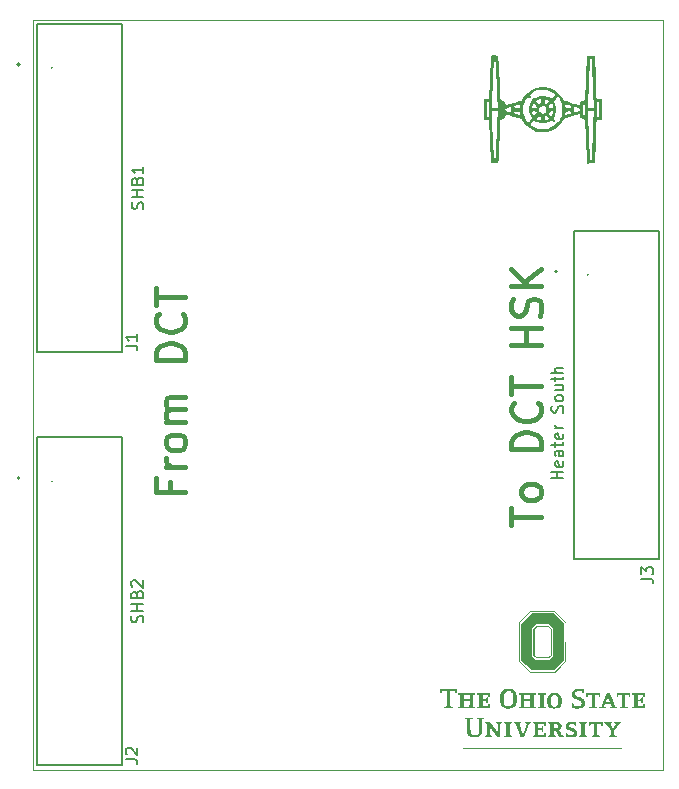
<source format=gbr>
%TF.GenerationSoftware,KiCad,Pcbnew,7.0.7*%
%TF.CreationDate,2023-09-14T15:53:42-04:00*%
%TF.ProjectId,Heater_South_DCT_HSK,48656174-6572-45f5-936f-7574685f4443,rev?*%
%TF.SameCoordinates,Original*%
%TF.FileFunction,Legend,Top*%
%TF.FilePolarity,Positive*%
%FSLAX46Y46*%
G04 Gerber Fmt 4.6, Leading zero omitted, Abs format (unit mm)*
G04 Created by KiCad (PCBNEW 7.0.7) date 2023-09-14 15:53:42*
%MOMM*%
%LPD*%
G01*
G04 APERTURE LIST*
%ADD10C,0.150000*%
%ADD11C,0.400000*%
%ADD12C,0.200000*%
%ADD13C,0.127000*%
%TA.AperFunction,Profile*%
%ADD14C,0.100000*%
%TD*%
G04 APERTURE END LIST*
D10*
X148615400Y-72390000D02*
G75*
G03*
X148615400Y-72390000I-25400J0D01*
G01*
X103200200Y-89890600D02*
G75*
G03*
X103200200Y-89890600I-25400J0D01*
G01*
X103200200Y-54864000D02*
G75*
G03*
X103200200Y-54864000I-25400J0D01*
G01*
D11*
X142131047Y-93589224D02*
X142131047Y-92160653D01*
X144631047Y-92874939D02*
X142131047Y-92874939D01*
X144631047Y-90970177D02*
X144512000Y-91208272D01*
X144512000Y-91208272D02*
X144392952Y-91327319D01*
X144392952Y-91327319D02*
X144154857Y-91446367D01*
X144154857Y-91446367D02*
X143440571Y-91446367D01*
X143440571Y-91446367D02*
X143202476Y-91327319D01*
X143202476Y-91327319D02*
X143083428Y-91208272D01*
X143083428Y-91208272D02*
X142964380Y-90970177D01*
X142964380Y-90970177D02*
X142964380Y-90613034D01*
X142964380Y-90613034D02*
X143083428Y-90374938D01*
X143083428Y-90374938D02*
X143202476Y-90255891D01*
X143202476Y-90255891D02*
X143440571Y-90136843D01*
X143440571Y-90136843D02*
X144154857Y-90136843D01*
X144154857Y-90136843D02*
X144392952Y-90255891D01*
X144392952Y-90255891D02*
X144512000Y-90374938D01*
X144512000Y-90374938D02*
X144631047Y-90613034D01*
X144631047Y-90613034D02*
X144631047Y-90970177D01*
X144631047Y-87160652D02*
X142131047Y-87160652D01*
X142131047Y-87160652D02*
X142131047Y-86565414D01*
X142131047Y-86565414D02*
X142250095Y-86208271D01*
X142250095Y-86208271D02*
X142488190Y-85970176D01*
X142488190Y-85970176D02*
X142726285Y-85851129D01*
X142726285Y-85851129D02*
X143202476Y-85732081D01*
X143202476Y-85732081D02*
X143559619Y-85732081D01*
X143559619Y-85732081D02*
X144035809Y-85851129D01*
X144035809Y-85851129D02*
X144273904Y-85970176D01*
X144273904Y-85970176D02*
X144512000Y-86208271D01*
X144512000Y-86208271D02*
X144631047Y-86565414D01*
X144631047Y-86565414D02*
X144631047Y-87160652D01*
X144392952Y-83232081D02*
X144512000Y-83351129D01*
X144512000Y-83351129D02*
X144631047Y-83708271D01*
X144631047Y-83708271D02*
X144631047Y-83946367D01*
X144631047Y-83946367D02*
X144512000Y-84303510D01*
X144512000Y-84303510D02*
X144273904Y-84541605D01*
X144273904Y-84541605D02*
X144035809Y-84660652D01*
X144035809Y-84660652D02*
X143559619Y-84779700D01*
X143559619Y-84779700D02*
X143202476Y-84779700D01*
X143202476Y-84779700D02*
X142726285Y-84660652D01*
X142726285Y-84660652D02*
X142488190Y-84541605D01*
X142488190Y-84541605D02*
X142250095Y-84303510D01*
X142250095Y-84303510D02*
X142131047Y-83946367D01*
X142131047Y-83946367D02*
X142131047Y-83708271D01*
X142131047Y-83708271D02*
X142250095Y-83351129D01*
X142250095Y-83351129D02*
X142369142Y-83232081D01*
X142131047Y-82517795D02*
X142131047Y-81089224D01*
X144631047Y-81803510D02*
X142131047Y-81803510D01*
X144631047Y-78351128D02*
X142131047Y-78351128D01*
X143321523Y-78351128D02*
X143321523Y-76922557D01*
X144631047Y-76922557D02*
X142131047Y-76922557D01*
X144512000Y-75851128D02*
X144631047Y-75493985D01*
X144631047Y-75493985D02*
X144631047Y-74898747D01*
X144631047Y-74898747D02*
X144512000Y-74660652D01*
X144512000Y-74660652D02*
X144392952Y-74541604D01*
X144392952Y-74541604D02*
X144154857Y-74422557D01*
X144154857Y-74422557D02*
X143916761Y-74422557D01*
X143916761Y-74422557D02*
X143678666Y-74541604D01*
X143678666Y-74541604D02*
X143559619Y-74660652D01*
X143559619Y-74660652D02*
X143440571Y-74898747D01*
X143440571Y-74898747D02*
X143321523Y-75374938D01*
X143321523Y-75374938D02*
X143202476Y-75613033D01*
X143202476Y-75613033D02*
X143083428Y-75732080D01*
X143083428Y-75732080D02*
X142845333Y-75851128D01*
X142845333Y-75851128D02*
X142607238Y-75851128D01*
X142607238Y-75851128D02*
X142369142Y-75732080D01*
X142369142Y-75732080D02*
X142250095Y-75613033D01*
X142250095Y-75613033D02*
X142131047Y-75374938D01*
X142131047Y-75374938D02*
X142131047Y-74779699D01*
X142131047Y-74779699D02*
X142250095Y-74422557D01*
X144631047Y-73351128D02*
X142131047Y-73351128D01*
X144631047Y-71922557D02*
X143202476Y-72993986D01*
X142131047Y-71922557D02*
X143559619Y-73351128D01*
X113213523Y-89976490D02*
X113213523Y-90809823D01*
X114523047Y-90809823D02*
X112023047Y-90809823D01*
X112023047Y-90809823D02*
X112023047Y-89619347D01*
X114523047Y-88666966D02*
X112856380Y-88666966D01*
X113332571Y-88666966D02*
X113094476Y-88547919D01*
X113094476Y-88547919D02*
X112975428Y-88428871D01*
X112975428Y-88428871D02*
X112856380Y-88190776D01*
X112856380Y-88190776D02*
X112856380Y-87952681D01*
X114523047Y-86762205D02*
X114404000Y-87000300D01*
X114404000Y-87000300D02*
X114284952Y-87119347D01*
X114284952Y-87119347D02*
X114046857Y-87238395D01*
X114046857Y-87238395D02*
X113332571Y-87238395D01*
X113332571Y-87238395D02*
X113094476Y-87119347D01*
X113094476Y-87119347D02*
X112975428Y-87000300D01*
X112975428Y-87000300D02*
X112856380Y-86762205D01*
X112856380Y-86762205D02*
X112856380Y-86405062D01*
X112856380Y-86405062D02*
X112975428Y-86166966D01*
X112975428Y-86166966D02*
X113094476Y-86047919D01*
X113094476Y-86047919D02*
X113332571Y-85928871D01*
X113332571Y-85928871D02*
X114046857Y-85928871D01*
X114046857Y-85928871D02*
X114284952Y-86047919D01*
X114284952Y-86047919D02*
X114404000Y-86166966D01*
X114404000Y-86166966D02*
X114523047Y-86405062D01*
X114523047Y-86405062D02*
X114523047Y-86762205D01*
X114523047Y-84857442D02*
X112856380Y-84857442D01*
X113094476Y-84857442D02*
X112975428Y-84738395D01*
X112975428Y-84738395D02*
X112856380Y-84500300D01*
X112856380Y-84500300D02*
X112856380Y-84143157D01*
X112856380Y-84143157D02*
X112975428Y-83905061D01*
X112975428Y-83905061D02*
X113213523Y-83786014D01*
X113213523Y-83786014D02*
X114523047Y-83786014D01*
X113213523Y-83786014D02*
X112975428Y-83666966D01*
X112975428Y-83666966D02*
X112856380Y-83428871D01*
X112856380Y-83428871D02*
X112856380Y-83071728D01*
X112856380Y-83071728D02*
X112975428Y-82833633D01*
X112975428Y-82833633D02*
X113213523Y-82714585D01*
X113213523Y-82714585D02*
X114523047Y-82714585D01*
X114523047Y-79619347D02*
X112023047Y-79619347D01*
X112023047Y-79619347D02*
X112023047Y-79024109D01*
X112023047Y-79024109D02*
X112142095Y-78666966D01*
X112142095Y-78666966D02*
X112380190Y-78428871D01*
X112380190Y-78428871D02*
X112618285Y-78309824D01*
X112618285Y-78309824D02*
X113094476Y-78190776D01*
X113094476Y-78190776D02*
X113451619Y-78190776D01*
X113451619Y-78190776D02*
X113927809Y-78309824D01*
X113927809Y-78309824D02*
X114165904Y-78428871D01*
X114165904Y-78428871D02*
X114404000Y-78666966D01*
X114404000Y-78666966D02*
X114523047Y-79024109D01*
X114523047Y-79024109D02*
X114523047Y-79619347D01*
X114284952Y-75690776D02*
X114404000Y-75809824D01*
X114404000Y-75809824D02*
X114523047Y-76166966D01*
X114523047Y-76166966D02*
X114523047Y-76405062D01*
X114523047Y-76405062D02*
X114404000Y-76762205D01*
X114404000Y-76762205D02*
X114165904Y-77000300D01*
X114165904Y-77000300D02*
X113927809Y-77119347D01*
X113927809Y-77119347D02*
X113451619Y-77238395D01*
X113451619Y-77238395D02*
X113094476Y-77238395D01*
X113094476Y-77238395D02*
X112618285Y-77119347D01*
X112618285Y-77119347D02*
X112380190Y-77000300D01*
X112380190Y-77000300D02*
X112142095Y-76762205D01*
X112142095Y-76762205D02*
X112023047Y-76405062D01*
X112023047Y-76405062D02*
X112023047Y-76166966D01*
X112023047Y-76166966D02*
X112142095Y-75809824D01*
X112142095Y-75809824D02*
X112261142Y-75690776D01*
X112023047Y-74976490D02*
X112023047Y-73547919D01*
X114523047Y-74262205D02*
X112023047Y-74262205D01*
D10*
X109462219Y-113439533D02*
X110176504Y-113439533D01*
X110176504Y-113439533D02*
X110319361Y-113487152D01*
X110319361Y-113487152D02*
X110414600Y-113582390D01*
X110414600Y-113582390D02*
X110462219Y-113725247D01*
X110462219Y-113725247D02*
X110462219Y-113820485D01*
X109557457Y-113010961D02*
X109509838Y-112963342D01*
X109509838Y-112963342D02*
X109462219Y-112868104D01*
X109462219Y-112868104D02*
X109462219Y-112630009D01*
X109462219Y-112630009D02*
X109509838Y-112534771D01*
X109509838Y-112534771D02*
X109557457Y-112487152D01*
X109557457Y-112487152D02*
X109652695Y-112439533D01*
X109652695Y-112439533D02*
X109747933Y-112439533D01*
X109747933Y-112439533D02*
X109890790Y-112487152D01*
X109890790Y-112487152D02*
X110462219Y-113058580D01*
X110462219Y-113058580D02*
X110462219Y-112439533D01*
D12*
X110894600Y-101836314D02*
X110942219Y-101693457D01*
X110942219Y-101693457D02*
X110942219Y-101455362D01*
X110942219Y-101455362D02*
X110894600Y-101360124D01*
X110894600Y-101360124D02*
X110846980Y-101312505D01*
X110846980Y-101312505D02*
X110751742Y-101264886D01*
X110751742Y-101264886D02*
X110656504Y-101264886D01*
X110656504Y-101264886D02*
X110561266Y-101312505D01*
X110561266Y-101312505D02*
X110513647Y-101360124D01*
X110513647Y-101360124D02*
X110466028Y-101455362D01*
X110466028Y-101455362D02*
X110418409Y-101645838D01*
X110418409Y-101645838D02*
X110370790Y-101741076D01*
X110370790Y-101741076D02*
X110323171Y-101788695D01*
X110323171Y-101788695D02*
X110227933Y-101836314D01*
X110227933Y-101836314D02*
X110132695Y-101836314D01*
X110132695Y-101836314D02*
X110037457Y-101788695D01*
X110037457Y-101788695D02*
X109989838Y-101741076D01*
X109989838Y-101741076D02*
X109942219Y-101645838D01*
X109942219Y-101645838D02*
X109942219Y-101407743D01*
X109942219Y-101407743D02*
X109989838Y-101264886D01*
X110942219Y-100836314D02*
X109942219Y-100836314D01*
X110418409Y-100836314D02*
X110418409Y-100264886D01*
X110942219Y-100264886D02*
X109942219Y-100264886D01*
X110418409Y-99455362D02*
X110466028Y-99312505D01*
X110466028Y-99312505D02*
X110513647Y-99264886D01*
X110513647Y-99264886D02*
X110608885Y-99217267D01*
X110608885Y-99217267D02*
X110751742Y-99217267D01*
X110751742Y-99217267D02*
X110846980Y-99264886D01*
X110846980Y-99264886D02*
X110894600Y-99312505D01*
X110894600Y-99312505D02*
X110942219Y-99407743D01*
X110942219Y-99407743D02*
X110942219Y-99788695D01*
X110942219Y-99788695D02*
X109942219Y-99788695D01*
X109942219Y-99788695D02*
X109942219Y-99455362D01*
X109942219Y-99455362D02*
X109989838Y-99360124D01*
X109989838Y-99360124D02*
X110037457Y-99312505D01*
X110037457Y-99312505D02*
X110132695Y-99264886D01*
X110132695Y-99264886D02*
X110227933Y-99264886D01*
X110227933Y-99264886D02*
X110323171Y-99312505D01*
X110323171Y-99312505D02*
X110370790Y-99360124D01*
X110370790Y-99360124D02*
X110418409Y-99455362D01*
X110418409Y-99455362D02*
X110418409Y-99788695D01*
X110037457Y-98836314D02*
X109989838Y-98788695D01*
X109989838Y-98788695D02*
X109942219Y-98693457D01*
X109942219Y-98693457D02*
X109942219Y-98455362D01*
X109942219Y-98455362D02*
X109989838Y-98360124D01*
X109989838Y-98360124D02*
X110037457Y-98312505D01*
X110037457Y-98312505D02*
X110132695Y-98264886D01*
X110132695Y-98264886D02*
X110227933Y-98264886D01*
X110227933Y-98264886D02*
X110370790Y-98312505D01*
X110370790Y-98312505D02*
X110942219Y-98883933D01*
X110942219Y-98883933D02*
X110942219Y-98264886D01*
D10*
X153134979Y-98148733D02*
X153849264Y-98148733D01*
X153849264Y-98148733D02*
X153992121Y-98196352D01*
X153992121Y-98196352D02*
X154087360Y-98291590D01*
X154087360Y-98291590D02*
X154134979Y-98434447D01*
X154134979Y-98434447D02*
X154134979Y-98529685D01*
X153134979Y-97767780D02*
X153134979Y-97148733D01*
X153134979Y-97148733D02*
X153515931Y-97482066D01*
X153515931Y-97482066D02*
X153515931Y-97339209D01*
X153515931Y-97339209D02*
X153563550Y-97243971D01*
X153563550Y-97243971D02*
X153611169Y-97196352D01*
X153611169Y-97196352D02*
X153706407Y-97148733D01*
X153706407Y-97148733D02*
X153944502Y-97148733D01*
X153944502Y-97148733D02*
X154039740Y-97196352D01*
X154039740Y-97196352D02*
X154087360Y-97243971D01*
X154087360Y-97243971D02*
X154134979Y-97339209D01*
X154134979Y-97339209D02*
X154134979Y-97624923D01*
X154134979Y-97624923D02*
X154087360Y-97720161D01*
X154087360Y-97720161D02*
X154039740Y-97767780D01*
D12*
X146512379Y-89640476D02*
X145512379Y-89640476D01*
X145988569Y-89640476D02*
X145988569Y-89069048D01*
X146512379Y-89069048D02*
X145512379Y-89069048D01*
X146464760Y-88211905D02*
X146512379Y-88307143D01*
X146512379Y-88307143D02*
X146512379Y-88497619D01*
X146512379Y-88497619D02*
X146464760Y-88592857D01*
X146464760Y-88592857D02*
X146369521Y-88640476D01*
X146369521Y-88640476D02*
X145988569Y-88640476D01*
X145988569Y-88640476D02*
X145893331Y-88592857D01*
X145893331Y-88592857D02*
X145845712Y-88497619D01*
X145845712Y-88497619D02*
X145845712Y-88307143D01*
X145845712Y-88307143D02*
X145893331Y-88211905D01*
X145893331Y-88211905D02*
X145988569Y-88164286D01*
X145988569Y-88164286D02*
X146083807Y-88164286D01*
X146083807Y-88164286D02*
X146179045Y-88640476D01*
X146512379Y-87307143D02*
X145988569Y-87307143D01*
X145988569Y-87307143D02*
X145893331Y-87354762D01*
X145893331Y-87354762D02*
X145845712Y-87450000D01*
X145845712Y-87450000D02*
X145845712Y-87640476D01*
X145845712Y-87640476D02*
X145893331Y-87735714D01*
X146464760Y-87307143D02*
X146512379Y-87402381D01*
X146512379Y-87402381D02*
X146512379Y-87640476D01*
X146512379Y-87640476D02*
X146464760Y-87735714D01*
X146464760Y-87735714D02*
X146369521Y-87783333D01*
X146369521Y-87783333D02*
X146274283Y-87783333D01*
X146274283Y-87783333D02*
X146179045Y-87735714D01*
X146179045Y-87735714D02*
X146131426Y-87640476D01*
X146131426Y-87640476D02*
X146131426Y-87402381D01*
X146131426Y-87402381D02*
X146083807Y-87307143D01*
X145845712Y-86973809D02*
X145845712Y-86592857D01*
X145512379Y-86830952D02*
X146369521Y-86830952D01*
X146369521Y-86830952D02*
X146464760Y-86783333D01*
X146464760Y-86783333D02*
X146512379Y-86688095D01*
X146512379Y-86688095D02*
X146512379Y-86592857D01*
X146464760Y-85878571D02*
X146512379Y-85973809D01*
X146512379Y-85973809D02*
X146512379Y-86164285D01*
X146512379Y-86164285D02*
X146464760Y-86259523D01*
X146464760Y-86259523D02*
X146369521Y-86307142D01*
X146369521Y-86307142D02*
X145988569Y-86307142D01*
X145988569Y-86307142D02*
X145893331Y-86259523D01*
X145893331Y-86259523D02*
X145845712Y-86164285D01*
X145845712Y-86164285D02*
X145845712Y-85973809D01*
X145845712Y-85973809D02*
X145893331Y-85878571D01*
X145893331Y-85878571D02*
X145988569Y-85830952D01*
X145988569Y-85830952D02*
X146083807Y-85830952D01*
X146083807Y-85830952D02*
X146179045Y-86307142D01*
X146512379Y-85402380D02*
X145845712Y-85402380D01*
X146036188Y-85402380D02*
X145940950Y-85354761D01*
X145940950Y-85354761D02*
X145893331Y-85307142D01*
X145893331Y-85307142D02*
X145845712Y-85211904D01*
X145845712Y-85211904D02*
X145845712Y-85116666D01*
X146464760Y-84069046D02*
X146512379Y-83926189D01*
X146512379Y-83926189D02*
X146512379Y-83688094D01*
X146512379Y-83688094D02*
X146464760Y-83592856D01*
X146464760Y-83592856D02*
X146417140Y-83545237D01*
X146417140Y-83545237D02*
X146321902Y-83497618D01*
X146321902Y-83497618D02*
X146226664Y-83497618D01*
X146226664Y-83497618D02*
X146131426Y-83545237D01*
X146131426Y-83545237D02*
X146083807Y-83592856D01*
X146083807Y-83592856D02*
X146036188Y-83688094D01*
X146036188Y-83688094D02*
X145988569Y-83878570D01*
X145988569Y-83878570D02*
X145940950Y-83973808D01*
X145940950Y-83973808D02*
X145893331Y-84021427D01*
X145893331Y-84021427D02*
X145798093Y-84069046D01*
X145798093Y-84069046D02*
X145702855Y-84069046D01*
X145702855Y-84069046D02*
X145607617Y-84021427D01*
X145607617Y-84021427D02*
X145559998Y-83973808D01*
X145559998Y-83973808D02*
X145512379Y-83878570D01*
X145512379Y-83878570D02*
X145512379Y-83640475D01*
X145512379Y-83640475D02*
X145559998Y-83497618D01*
X146512379Y-82926189D02*
X146464760Y-83021427D01*
X146464760Y-83021427D02*
X146417140Y-83069046D01*
X146417140Y-83069046D02*
X146321902Y-83116665D01*
X146321902Y-83116665D02*
X146036188Y-83116665D01*
X146036188Y-83116665D02*
X145940950Y-83069046D01*
X145940950Y-83069046D02*
X145893331Y-83021427D01*
X145893331Y-83021427D02*
X145845712Y-82926189D01*
X145845712Y-82926189D02*
X145845712Y-82783332D01*
X145845712Y-82783332D02*
X145893331Y-82688094D01*
X145893331Y-82688094D02*
X145940950Y-82640475D01*
X145940950Y-82640475D02*
X146036188Y-82592856D01*
X146036188Y-82592856D02*
X146321902Y-82592856D01*
X146321902Y-82592856D02*
X146417140Y-82640475D01*
X146417140Y-82640475D02*
X146464760Y-82688094D01*
X146464760Y-82688094D02*
X146512379Y-82783332D01*
X146512379Y-82783332D02*
X146512379Y-82926189D01*
X145845712Y-81735713D02*
X146512379Y-81735713D01*
X145845712Y-82164284D02*
X146369521Y-82164284D01*
X146369521Y-82164284D02*
X146464760Y-82116665D01*
X146464760Y-82116665D02*
X146512379Y-82021427D01*
X146512379Y-82021427D02*
X146512379Y-81878570D01*
X146512379Y-81878570D02*
X146464760Y-81783332D01*
X146464760Y-81783332D02*
X146417140Y-81735713D01*
X145845712Y-81402379D02*
X145845712Y-81021427D01*
X145512379Y-81259522D02*
X146369521Y-81259522D01*
X146369521Y-81259522D02*
X146464760Y-81211903D01*
X146464760Y-81211903D02*
X146512379Y-81116665D01*
X146512379Y-81116665D02*
X146512379Y-81021427D01*
X146512379Y-80688093D02*
X145512379Y-80688093D01*
X146512379Y-80259522D02*
X145988569Y-80259522D01*
X145988569Y-80259522D02*
X145893331Y-80307141D01*
X145893331Y-80307141D02*
X145845712Y-80402379D01*
X145845712Y-80402379D02*
X145845712Y-80545236D01*
X145845712Y-80545236D02*
X145893331Y-80640474D01*
X145893331Y-80640474D02*
X145940950Y-80688093D01*
D10*
X109462219Y-78412933D02*
X110176504Y-78412933D01*
X110176504Y-78412933D02*
X110319361Y-78460552D01*
X110319361Y-78460552D02*
X110414600Y-78555790D01*
X110414600Y-78555790D02*
X110462219Y-78698647D01*
X110462219Y-78698647D02*
X110462219Y-78793885D01*
X110462219Y-77412933D02*
X110462219Y-77984361D01*
X110462219Y-77698647D02*
X109462219Y-77698647D01*
X109462219Y-77698647D02*
X109605076Y-77793885D01*
X109605076Y-77793885D02*
X109700314Y-77889123D01*
X109700314Y-77889123D02*
X109747933Y-77984361D01*
D12*
X110911600Y-66809714D02*
X110959219Y-66666857D01*
X110959219Y-66666857D02*
X110959219Y-66428762D01*
X110959219Y-66428762D02*
X110911600Y-66333524D01*
X110911600Y-66333524D02*
X110863980Y-66285905D01*
X110863980Y-66285905D02*
X110768742Y-66238286D01*
X110768742Y-66238286D02*
X110673504Y-66238286D01*
X110673504Y-66238286D02*
X110578266Y-66285905D01*
X110578266Y-66285905D02*
X110530647Y-66333524D01*
X110530647Y-66333524D02*
X110483028Y-66428762D01*
X110483028Y-66428762D02*
X110435409Y-66619238D01*
X110435409Y-66619238D02*
X110387790Y-66714476D01*
X110387790Y-66714476D02*
X110340171Y-66762095D01*
X110340171Y-66762095D02*
X110244933Y-66809714D01*
X110244933Y-66809714D02*
X110149695Y-66809714D01*
X110149695Y-66809714D02*
X110054457Y-66762095D01*
X110054457Y-66762095D02*
X110006838Y-66714476D01*
X110006838Y-66714476D02*
X109959219Y-66619238D01*
X109959219Y-66619238D02*
X109959219Y-66381143D01*
X109959219Y-66381143D02*
X110006838Y-66238286D01*
X110959219Y-65809714D02*
X109959219Y-65809714D01*
X110435409Y-65809714D02*
X110435409Y-65238286D01*
X110959219Y-65238286D02*
X109959219Y-65238286D01*
X110435409Y-64428762D02*
X110483028Y-64285905D01*
X110483028Y-64285905D02*
X110530647Y-64238286D01*
X110530647Y-64238286D02*
X110625885Y-64190667D01*
X110625885Y-64190667D02*
X110768742Y-64190667D01*
X110768742Y-64190667D02*
X110863980Y-64238286D01*
X110863980Y-64238286D02*
X110911600Y-64285905D01*
X110911600Y-64285905D02*
X110959219Y-64381143D01*
X110959219Y-64381143D02*
X110959219Y-64762095D01*
X110959219Y-64762095D02*
X109959219Y-64762095D01*
X109959219Y-64762095D02*
X109959219Y-64428762D01*
X109959219Y-64428762D02*
X110006838Y-64333524D01*
X110006838Y-64333524D02*
X110054457Y-64285905D01*
X110054457Y-64285905D02*
X110149695Y-64238286D01*
X110149695Y-64238286D02*
X110244933Y-64238286D01*
X110244933Y-64238286D02*
X110340171Y-64285905D01*
X110340171Y-64285905D02*
X110387790Y-64333524D01*
X110387790Y-64333524D02*
X110435409Y-64428762D01*
X110435409Y-64428762D02*
X110435409Y-64762095D01*
X110959219Y-63238286D02*
X110959219Y-63809714D01*
X110959219Y-63524000D02*
X109959219Y-63524000D01*
X109959219Y-63524000D02*
X110102076Y-63619238D01*
X110102076Y-63619238D02*
X110197314Y-63714476D01*
X110197314Y-63714476D02*
X110244933Y-63809714D01*
%TO.C,G\u002A\u002A\u002A*%
G36*
X140803510Y-53815508D02*
G01*
X140928996Y-53838124D01*
X140961496Y-53853162D01*
X140982219Y-53894945D01*
X141002020Y-53997794D01*
X141021490Y-54168659D01*
X141041220Y-54414490D01*
X141061798Y-54742238D01*
X141083817Y-55158852D01*
X141098600Y-55468075D01*
X141116802Y-55868336D01*
X141133389Y-56247573D01*
X141147771Y-56591145D01*
X141159358Y-56884408D01*
X141167560Y-57112721D01*
X141171787Y-57261442D01*
X141172232Y-57295323D01*
X141177019Y-57446955D01*
X141205798Y-57535555D01*
X141281747Y-57598289D01*
X141398344Y-57657887D01*
X141540926Y-57738830D01*
X141608761Y-57814843D01*
X141623787Y-57893314D01*
X141636639Y-57988427D01*
X141661361Y-58020680D01*
X141720915Y-58007828D01*
X141857494Y-57971604D01*
X142052098Y-57917234D01*
X142285721Y-57849944D01*
X142339443Y-57834226D01*
X142599056Y-57757132D01*
X142780616Y-57698351D01*
X142902341Y-57648427D01*
X142982452Y-57597904D01*
X143039167Y-57537327D01*
X143090706Y-57457239D01*
X143101650Y-57438637D01*
X143202676Y-57297157D01*
X143348551Y-57129095D01*
X143500857Y-56977346D01*
X143845133Y-56725078D01*
X144218721Y-56561855D01*
X144609212Y-56485623D01*
X145004200Y-56494329D01*
X145391279Y-56585916D01*
X145758043Y-56758332D01*
X146092084Y-57009522D01*
X146380997Y-57337432D01*
X146468407Y-57468725D01*
X146520293Y-57543524D01*
X146582355Y-57602437D01*
X146673026Y-57654618D01*
X146810742Y-57709226D01*
X147013936Y-57775415D01*
X147199675Y-57831940D01*
X147437713Y-57902269D01*
X147642947Y-57960548D01*
X147795362Y-58001262D01*
X147874945Y-58018898D01*
X147879291Y-58019211D01*
X147921983Y-57976363D01*
X147936213Y-57893314D01*
X147958020Y-57801693D01*
X148037962Y-57725265D01*
X148153578Y-57661812D01*
X148370942Y-57556209D01*
X148430612Y-56021734D01*
X148446714Y-55622301D01*
X148463180Y-55240277D01*
X148479253Y-54891318D01*
X148494179Y-54591080D01*
X148507201Y-54355218D01*
X148517563Y-54199388D01*
X148519915Y-54171910D01*
X148549548Y-53856560D01*
X148856589Y-53871318D01*
X149163630Y-53886075D01*
X149246351Y-55689626D01*
X149265471Y-56103937D01*
X149283301Y-56485401D01*
X149299296Y-56822753D01*
X149312913Y-57104729D01*
X149323608Y-57320063D01*
X149330838Y-57457490D01*
X149334024Y-57505701D01*
X149382016Y-57513189D01*
X149497652Y-57517665D01*
X149564419Y-57518225D01*
X149789862Y-57518225D01*
X149789862Y-58420000D01*
X149789862Y-59321776D01*
X149564419Y-59321776D01*
X149428640Y-59324277D01*
X149345570Y-59330603D01*
X149334024Y-59334300D01*
X149330674Y-59385435D01*
X149323331Y-59525399D01*
X149312539Y-59742928D01*
X149298841Y-60026755D01*
X149282782Y-60365617D01*
X149264905Y-60748247D01*
X149246351Y-61150375D01*
X149163630Y-62953925D01*
X148856589Y-62968683D01*
X148549548Y-62983441D01*
X148519915Y-62668091D01*
X148510445Y-62537831D01*
X148498101Y-62323095D01*
X148483639Y-62039539D01*
X148467815Y-61702819D01*
X148451384Y-61328589D01*
X148435102Y-60932507D01*
X148430612Y-60818267D01*
X148370942Y-59283792D01*
X148153578Y-59178188D01*
X148017429Y-59101645D01*
X147952891Y-59028613D01*
X147936222Y-58931829D01*
X147936213Y-58928599D01*
X147936213Y-58784613D01*
X147254412Y-58989004D01*
X146572610Y-59193396D01*
X146411263Y-59445455D01*
X146139949Y-59782458D01*
X145812489Y-60045361D01*
X145442885Y-60230119D01*
X145045143Y-60332683D01*
X144633265Y-60349008D01*
X144221255Y-60275046D01*
X143930075Y-60162501D01*
X143685611Y-60010871D01*
X143437262Y-59800723D01*
X143343748Y-59698926D01*
X143727929Y-59698926D01*
X143771057Y-59758451D01*
X143883554Y-59837440D01*
X144040089Y-59922622D01*
X144215332Y-60000726D01*
X144383952Y-60058483D01*
X144440458Y-60072218D01*
X144802525Y-60099461D01*
X145181310Y-60041687D01*
X145515779Y-59918859D01*
X145687979Y-59829027D01*
X145786518Y-59755586D01*
X145831866Y-59680588D01*
X145841420Y-59633316D01*
X145874151Y-59530525D01*
X145957956Y-59497046D01*
X145982232Y-59496169D01*
X146055839Y-59480616D01*
X146123306Y-59423126D01*
X146200518Y-59305578D01*
X146279528Y-59157004D01*
X146371123Y-58964919D01*
X146422762Y-58810437D01*
X146424221Y-58799838D01*
X146683748Y-58799838D01*
X146687463Y-58846829D01*
X146714238Y-58865469D01*
X146787516Y-58857021D01*
X146930741Y-58822749D01*
X146962155Y-58814842D01*
X147110465Y-58764702D01*
X147176708Y-58704523D01*
X147184734Y-58664546D01*
X147167445Y-58604699D01*
X147098996Y-58576838D01*
X146964650Y-58570296D01*
X146800300Y-58588125D01*
X146712937Y-58651639D01*
X146684152Y-58775881D01*
X146683748Y-58799838D01*
X146424221Y-58799838D01*
X146445163Y-58647683D01*
X146449051Y-58431526D01*
X146448573Y-58420000D01*
X147435227Y-58420000D01*
X147438130Y-58562946D01*
X147445552Y-58653637D01*
X147451352Y-58670494D01*
X147503850Y-58655759D01*
X147580001Y-58631114D01*
X148192254Y-58631114D01*
X148197878Y-58806879D01*
X148216260Y-58912181D01*
X148249553Y-58961707D01*
X148285331Y-58971085D01*
X148309584Y-58922601D01*
X148326667Y-58783207D01*
X148335395Y-58570296D01*
X148578947Y-58570296D01*
X148607765Y-58933511D01*
X148617504Y-59082924D01*
X148629928Y-59314532D01*
X148644200Y-59610393D01*
X148659484Y-59952569D01*
X148674945Y-60323117D01*
X148687693Y-60649389D01*
X148707680Y-61165588D01*
X148725452Y-61590257D01*
X148741756Y-61932022D01*
X148757335Y-62199505D01*
X148772936Y-62401333D01*
X148789303Y-62546128D01*
X148807180Y-62642516D01*
X148827315Y-62699121D01*
X148850450Y-62724566D01*
X148867312Y-62728482D01*
X148908595Y-62701484D01*
X148931347Y-62609457D01*
X148939385Y-62435851D01*
X148939519Y-62415365D01*
X148942241Y-62285577D01*
X148949289Y-62071378D01*
X148960034Y-61788433D01*
X148973848Y-61452407D01*
X148990104Y-61078964D01*
X149008172Y-60683769D01*
X149013334Y-60574241D01*
X149031687Y-60180498D01*
X149048421Y-59808418D01*
X149062918Y-59472773D01*
X149074560Y-59188333D01*
X149082730Y-58969872D01*
X149086811Y-58832159D01*
X149087149Y-58808265D01*
X149088482Y-58570296D01*
X148833714Y-58570296D01*
X148578947Y-58570296D01*
X148335395Y-58570296D01*
X148335735Y-58561991D01*
X148336966Y-58420000D01*
X149338975Y-58420000D01*
X149339825Y-58685883D01*
X149344012Y-58867540D01*
X149353993Y-58980938D01*
X149372225Y-59042047D01*
X149401164Y-59066833D01*
X149439172Y-59071282D01*
X149480077Y-59065759D01*
X149508024Y-59038542D01*
X149525470Y-58973664D01*
X149534871Y-58855158D01*
X149538685Y-58667055D01*
X149539369Y-58420000D01*
X149538519Y-58154118D01*
X149534332Y-57972461D01*
X149524351Y-57859063D01*
X149506119Y-57797954D01*
X149477180Y-57773168D01*
X149439172Y-57768718D01*
X149398267Y-57774242D01*
X149370320Y-57801459D01*
X149352874Y-57866337D01*
X149343473Y-57984843D01*
X149339659Y-58172946D01*
X149338975Y-58420000D01*
X148336966Y-58420000D01*
X148337002Y-58415826D01*
X148335389Y-58269705D01*
X148578947Y-58269705D01*
X148833714Y-58269705D01*
X149088482Y-58269705D01*
X149087149Y-58031736D01*
X149084454Y-57921918D01*
X149077480Y-57726795D01*
X149066843Y-57461136D01*
X149053161Y-57139714D01*
X149037052Y-56777300D01*
X149019132Y-56388664D01*
X149013334Y-56265760D01*
X148994880Y-55867350D01*
X148978067Y-55486420D01*
X148963525Y-55138632D01*
X148951880Y-54839653D01*
X148943761Y-54605146D01*
X148939797Y-54450775D01*
X148939519Y-54424636D01*
X148932634Y-54242758D01*
X148911383Y-54143971D01*
X148871950Y-54111723D01*
X148867312Y-54111519D01*
X148841846Y-54121443D01*
X148819861Y-54156963D01*
X148800613Y-54226704D01*
X148783357Y-54339291D01*
X148767348Y-54503347D01*
X148751840Y-54727497D01*
X148736089Y-55020366D01*
X148719349Y-55390576D01*
X148700876Y-55846754D01*
X148687693Y-56190612D01*
X148672745Y-56571197D01*
X148657257Y-56938772D01*
X148642067Y-57275395D01*
X148628009Y-57563127D01*
X148615920Y-57784027D01*
X148607765Y-57906490D01*
X148578947Y-58269705D01*
X148335389Y-58269705D01*
X148334201Y-58162128D01*
X148324848Y-57996361D01*
X148307522Y-57906386D01*
X148280802Y-57880069D01*
X148274379Y-57881318D01*
X148238958Y-57938712D01*
X148213927Y-58086699D01*
X148198606Y-58329589D01*
X148197235Y-58370196D01*
X148192254Y-58631114D01*
X147580001Y-58631114D01*
X147620089Y-58618140D01*
X147704590Y-58589701D01*
X147849847Y-58531397D01*
X147916978Y-58475588D01*
X147926434Y-58407091D01*
X147877060Y-58324897D01*
X147747066Y-58258075D01*
X147685720Y-58238151D01*
X147550517Y-58198470D01*
X147463371Y-58173978D01*
X147447752Y-58170268D01*
X147440607Y-58214902D01*
X147436072Y-58329855D01*
X147435227Y-58420000D01*
X146448573Y-58420000D01*
X146438176Y-58169283D01*
X146417464Y-58051249D01*
X146687959Y-58051249D01*
X146703735Y-58142125D01*
X146735881Y-58221933D01*
X146799734Y-58259247D01*
X146926388Y-58269530D01*
X146960245Y-58269705D01*
X147101775Y-58262542D01*
X147168378Y-58234187D01*
X147184734Y-58176018D01*
X147152553Y-58104489D01*
X147045002Y-58046386D01*
X146957854Y-58018809D01*
X146795654Y-57981498D01*
X146710784Y-57989838D01*
X146687959Y-58051249D01*
X146417464Y-58051249D01*
X146401669Y-57961235D01*
X146327448Y-57763495D01*
X146203425Y-57532174D01*
X146199590Y-57525595D01*
X146072299Y-57307520D01*
X145885041Y-57490372D01*
X145697784Y-57673224D01*
X145815026Y-57904807D01*
X145916255Y-58210998D01*
X145928794Y-58535815D01*
X145852687Y-58851352D01*
X145813352Y-58938501D01*
X145754377Y-59074539D01*
X145730575Y-59171751D01*
X145738204Y-59200441D01*
X145777167Y-59273030D01*
X145773432Y-59375671D01*
X145729680Y-59448378D01*
X145652414Y-59447781D01*
X145604405Y-59420128D01*
X145539560Y-59391801D01*
X145442590Y-59405471D01*
X145286237Y-59465037D01*
X145284196Y-59465914D01*
X144946292Y-59558449D01*
X144597649Y-59556090D01*
X144273469Y-59464909D01*
X144023906Y-59357550D01*
X143875918Y-59499332D01*
X143782395Y-59602025D01*
X143731210Y-59683688D01*
X143727929Y-59698926D01*
X143343748Y-59698926D01*
X143221103Y-59565418D01*
X143106838Y-59401177D01*
X143052925Y-59314109D01*
X142997718Y-59249257D01*
X142922655Y-59196802D01*
X142809172Y-59146922D01*
X142638708Y-59089799D01*
X142392700Y-59015613D01*
X142359277Y-59005706D01*
X142120953Y-58936312D01*
X141915622Y-58878793D01*
X141763259Y-58838582D01*
X141683836Y-58821113D01*
X141679448Y-58820789D01*
X141637699Y-58863647D01*
X141623787Y-58946687D01*
X141602888Y-59036465D01*
X141525787Y-59111805D01*
X141398344Y-59182114D01*
X141172900Y-59291643D01*
X141171567Y-59569727D01*
X141168858Y-59690178D01*
X141161844Y-59895460D01*
X141151150Y-60170329D01*
X141137398Y-60499540D01*
X141121211Y-60867850D01*
X141103212Y-61260013D01*
X141097752Y-61375819D01*
X141079658Y-61757553D01*
X141063128Y-62106873D01*
X141048752Y-62411255D01*
X141037121Y-62658173D01*
X141028825Y-62835101D01*
X141024454Y-62929517D01*
X141023937Y-62941401D01*
X140978616Y-62967519D01*
X140866601Y-62979847D01*
X140720252Y-62979681D01*
X140571930Y-62968316D01*
X140453994Y-62947049D01*
X140398806Y-62917175D01*
X140398517Y-62916352D01*
X140391649Y-62851889D01*
X140381942Y-62700459D01*
X140370041Y-62475230D01*
X140356591Y-62189371D01*
X140342238Y-61856051D01*
X140327625Y-61488439D01*
X140324312Y-61400868D01*
X140309139Y-61011409D01*
X140293549Y-60638936D01*
X140278307Y-60299731D01*
X140264175Y-60010074D01*
X140251919Y-59786247D01*
X140242301Y-59644530D01*
X140241458Y-59634892D01*
X140213051Y-59321776D01*
X139991595Y-59321776D01*
X139770139Y-59321776D01*
X139770139Y-58420000D01*
X140020632Y-58420000D01*
X140021481Y-58685883D01*
X140025669Y-58867540D01*
X140035650Y-58980938D01*
X140053882Y-59042047D01*
X140082820Y-59066833D01*
X140120829Y-59071282D01*
X140161734Y-59065759D01*
X140189681Y-59038542D01*
X140207127Y-58973664D01*
X140216528Y-58855158D01*
X140220342Y-58667055D01*
X140220610Y-58570296D01*
X140471519Y-58570296D01*
X140472852Y-58808265D01*
X140475546Y-58918082D01*
X140482521Y-59113206D01*
X140493158Y-59378865D01*
X140506839Y-59700287D01*
X140522949Y-60062701D01*
X140540869Y-60451336D01*
X140546667Y-60574241D01*
X140565121Y-60972651D01*
X140581934Y-61353581D01*
X140596476Y-61701368D01*
X140608121Y-62000348D01*
X140616240Y-62234855D01*
X140620204Y-62389225D01*
X140620482Y-62415365D01*
X140627315Y-62597001D01*
X140648449Y-62695712D01*
X140687756Y-62728227D01*
X140692975Y-62728482D01*
X140738899Y-62693421D01*
X140771795Y-62580300D01*
X140792200Y-62415365D01*
X140801607Y-62281130D01*
X140813698Y-62063709D01*
X140827674Y-61780053D01*
X140842735Y-61447112D01*
X140858079Y-61081836D01*
X140872032Y-60724537D01*
X140887069Y-60339132D01*
X140902675Y-59965409D01*
X140918019Y-59621416D01*
X140932270Y-59325202D01*
X140944597Y-59094814D01*
X140953366Y-58958561D01*
X140982934Y-58570296D01*
X140727227Y-58570296D01*
X140471519Y-58570296D01*
X140220610Y-58570296D01*
X140221026Y-58420000D01*
X141222998Y-58420000D01*
X141225771Y-58674766D01*
X141235026Y-58841581D01*
X141252175Y-58932565D01*
X141278626Y-58959836D01*
X141285622Y-58958561D01*
X141316875Y-58912275D01*
X141336858Y-58791705D01*
X141346715Y-58587013D01*
X141348245Y-58420000D01*
X141348035Y-58407420D01*
X141622272Y-58407420D01*
X141653316Y-58488774D01*
X141783981Y-58566978D01*
X141836707Y-58587216D01*
X141973341Y-58633660D01*
X142068472Y-58662494D01*
X142087200Y-58666538D01*
X142089089Y-58662772D01*
X142375267Y-58662772D01*
X142408916Y-58741813D01*
X142521270Y-58798512D01*
X142563137Y-58810635D01*
X142733985Y-58852321D01*
X142828761Y-58859577D01*
X142867179Y-58827376D01*
X142868952Y-58750690D01*
X142867056Y-58733117D01*
X142847915Y-58648830D01*
X142797089Y-58605295D01*
X142686394Y-58585517D01*
X142613235Y-58580076D01*
X142468422Y-58575958D01*
X142397740Y-58593855D01*
X142376009Y-58642521D01*
X142375267Y-58662772D01*
X142089089Y-58662772D01*
X142108605Y-58623865D01*
X142122213Y-58510392D01*
X142124774Y-58420000D01*
X143113611Y-58420000D01*
X143122946Y-58675822D01*
X143158836Y-58880783D01*
X143233109Y-59077745D01*
X143357592Y-59309571D01*
X143360411Y-59314406D01*
X143487702Y-59532480D01*
X143674959Y-59349629D01*
X143862217Y-59166777D01*
X143833588Y-59110227D01*
X144289794Y-59110227D01*
X144305531Y-59196900D01*
X144416785Y-59263547D01*
X144546991Y-59306000D01*
X144609130Y-59298475D01*
X144628335Y-59227779D01*
X144629705Y-59151790D01*
X144930296Y-59151790D01*
X144934847Y-59265626D01*
X144945991Y-59320804D01*
X144947870Y-59321776D01*
X145002221Y-59306996D01*
X145111070Y-59270992D01*
X145123215Y-59266776D01*
X145247171Y-59200079D01*
X145272713Y-59117723D01*
X145201047Y-59014798D01*
X145188035Y-59002691D01*
X145074322Y-58941892D01*
X144984921Y-58971888D01*
X144935430Y-59083654D01*
X144930296Y-59151790D01*
X144629705Y-59151790D01*
X144601319Y-59008789D01*
X144526561Y-58943820D01*
X144421029Y-58965907D01*
X144371966Y-59002691D01*
X144289794Y-59110227D01*
X143833588Y-59110227D01*
X143744974Y-58935194D01*
X143646879Y-58636551D01*
X143645173Y-58598444D01*
X143890085Y-58598444D01*
X143899691Y-58669266D01*
X143954926Y-58807183D01*
X144031626Y-58990753D01*
X144157341Y-58865037D01*
X144245490Y-58742059D01*
X144250626Y-58654809D01*
X144171836Y-58586906D01*
X144048210Y-58570296D01*
X143936473Y-58573374D01*
X143890085Y-58598444D01*
X143645173Y-58598444D01*
X143637765Y-58433010D01*
X144456196Y-58433010D01*
X144479920Y-58546592D01*
X144557586Y-58660293D01*
X144704433Y-58745293D01*
X144764214Y-58767515D01*
X144811961Y-58754242D01*
X144902884Y-58721491D01*
X144968407Y-58673580D01*
X145304769Y-58673580D01*
X145334813Y-58784944D01*
X145388500Y-58853627D01*
X145469730Y-58934533D01*
X145516590Y-58970927D01*
X145517720Y-58971085D01*
X145547118Y-58929857D01*
X145596202Y-58827724D01*
X145609184Y-58797349D01*
X145662940Y-58661885D01*
X145668654Y-58595042D01*
X145615932Y-58572586D01*
X145511790Y-58570296D01*
X145365477Y-58598088D01*
X145304769Y-58673580D01*
X144968407Y-58673580D01*
X145030996Y-58627815D01*
X145093990Y-58489455D01*
X145091698Y-58337214D01*
X145023954Y-58201894D01*
X144906145Y-58119750D01*
X144758157Y-58101736D01*
X145312820Y-58101736D01*
X145315670Y-58199753D01*
X145407186Y-58258146D01*
X145511790Y-58269705D01*
X145625611Y-58262803D01*
X145680799Y-58245903D01*
X145681776Y-58243046D01*
X145664172Y-58183968D01*
X145620379Y-58069981D01*
X145605075Y-58032818D01*
X145528375Y-57849248D01*
X145402660Y-57974964D01*
X145312820Y-58101736D01*
X144758157Y-58101736D01*
X144734703Y-58098881D01*
X144589013Y-58157706D01*
X144489401Y-58275868D01*
X144456196Y-58433010D01*
X143637765Y-58433010D01*
X143632455Y-58314444D01*
X143648488Y-58242135D01*
X143890313Y-58242135D01*
X143937505Y-58266759D01*
X144048210Y-58269705D01*
X144194848Y-58243487D01*
X144250626Y-58185192D01*
X144238415Y-58081998D01*
X144157341Y-57974964D01*
X144031626Y-57849248D01*
X143954926Y-58032818D01*
X143899238Y-58172074D01*
X143890313Y-58242135D01*
X143648488Y-58242135D01*
X143701969Y-58000937D01*
X143736534Y-57919014D01*
X143797616Y-57761938D01*
X143818991Y-57670090D01*
X144212924Y-57670090D01*
X144329850Y-57794552D01*
X144412491Y-57881181D01*
X144460327Y-57912651D01*
X144509628Y-57904426D01*
X144550459Y-57888605D01*
X144612249Y-57813409D01*
X144629705Y-57688210D01*
X144626576Y-57576185D01*
X144617654Y-57559862D01*
X144927290Y-57559862D01*
X144927747Y-57657785D01*
X144944281Y-57771516D01*
X144971930Y-57860576D01*
X144992920Y-57885835D01*
X145069421Y-57910324D01*
X145125572Y-57890733D01*
X145189369Y-57836102D01*
X145270179Y-57731242D01*
X145253831Y-57647076D01*
X145139167Y-57578990D01*
X145123215Y-57573225D01*
X145011159Y-57535808D01*
X144949679Y-57518386D01*
X144947870Y-57518225D01*
X144927290Y-57559862D01*
X144617654Y-57559862D01*
X144601295Y-57529931D01*
X144530014Y-57539905D01*
X144394656Y-57594158D01*
X144212924Y-57670090D01*
X143818991Y-57670090D01*
X143829988Y-57622838D01*
X143831504Y-57576723D01*
X143840986Y-57489510D01*
X143912630Y-57469680D01*
X143936723Y-57471504D01*
X144050656Y-57457393D01*
X144205094Y-57408322D01*
X144279014Y-57376534D01*
X144585064Y-57284685D01*
X144915530Y-57278176D01*
X145242259Y-57357048D01*
X145286532Y-57375092D01*
X145536095Y-57482451D01*
X145684083Y-57340669D01*
X145777743Y-57236704D01*
X145828868Y-57152273D01*
X145832071Y-57136252D01*
X145790179Y-57085197D01*
X145679661Y-57008519D01*
X145523261Y-56921723D01*
X145501654Y-56910952D01*
X145308058Y-56822790D01*
X145147995Y-56773868D01*
X144974243Y-56753603D01*
X144787749Y-56750950D01*
X144527057Y-56761917D01*
X144319641Y-56798685D01*
X144121790Y-56873339D01*
X143889793Y-56997962D01*
X143885764Y-57000312D01*
X143755136Y-57087165D01*
X143709346Y-57148920D01*
X143722944Y-57182588D01*
X143771287Y-57278015D01*
X143778028Y-57327851D01*
X143740364Y-57398792D01*
X143653554Y-57416745D01*
X143556871Y-57375857D01*
X143542588Y-57362944D01*
X143492411Y-57354720D01*
X143424176Y-57425044D01*
X143360312Y-57525764D01*
X143234814Y-57758629D01*
X143159753Y-57955889D01*
X143123297Y-58160437D01*
X143113613Y-58415164D01*
X143113611Y-58420000D01*
X142124774Y-58420000D01*
X142121871Y-58277054D01*
X142114449Y-58186363D01*
X142111640Y-58178200D01*
X142375267Y-58178200D01*
X142388106Y-58236441D01*
X142443363Y-58261722D01*
X142566145Y-58262666D01*
X142613235Y-58259925D01*
X142758401Y-58245143D01*
X142831557Y-58213924D01*
X142860889Y-58149272D01*
X142867056Y-58106884D01*
X142874293Y-58021638D01*
X142856160Y-57981543D01*
X142790870Y-57979986D01*
X142656639Y-58010353D01*
X142597846Y-58025159D01*
X142450994Y-58074278D01*
X142384627Y-58133120D01*
X142375267Y-58178200D01*
X142111640Y-58178200D01*
X142108649Y-58169507D01*
X142056126Y-58184234D01*
X141940076Y-58221791D01*
X141858156Y-58249365D01*
X141690627Y-58326443D01*
X141622272Y-58407420D01*
X141348035Y-58407420D01*
X141343906Y-58160198D01*
X141330127Y-57990411D01*
X141305763Y-57900802D01*
X141285622Y-57881440D01*
X141257000Y-57896664D01*
X141237981Y-57973010D01*
X141227156Y-58122596D01*
X141223117Y-58357541D01*
X141222998Y-58420000D01*
X140221026Y-58420000D01*
X140220546Y-58269705D01*
X140471519Y-58269705D01*
X140727227Y-58269705D01*
X140982934Y-58269705D01*
X140953366Y-57881440D01*
X140943485Y-57725816D01*
X140930931Y-57488103D01*
X140916534Y-57186352D01*
X140901127Y-56838609D01*
X140885540Y-56462924D01*
X140872032Y-56115464D01*
X140852562Y-55610210D01*
X140835246Y-55196280D01*
X140819298Y-54864845D01*
X140803927Y-54607075D01*
X140788344Y-54414141D01*
X140771761Y-54277214D01*
X140753389Y-54187463D01*
X140732438Y-54136059D01*
X140708121Y-54114174D01*
X140692975Y-54111519D01*
X140651582Y-54138182D01*
X140628761Y-54229324D01*
X140620638Y-54401673D01*
X140620482Y-54424636D01*
X140617760Y-54554424D01*
X140610712Y-54768623D01*
X140599967Y-55051568D01*
X140586153Y-55387594D01*
X140569897Y-55761037D01*
X140551829Y-56156232D01*
X140546667Y-56265760D01*
X140528313Y-56659503D01*
X140511579Y-57031583D01*
X140497083Y-57367228D01*
X140485441Y-57651667D01*
X140477270Y-57870129D01*
X140473190Y-58007842D01*
X140472852Y-58031736D01*
X140471519Y-58269705D01*
X140220546Y-58269705D01*
X140220176Y-58154118D01*
X140215989Y-57972461D01*
X140206008Y-57859063D01*
X140187776Y-57797954D01*
X140158837Y-57773168D01*
X140120829Y-57768718D01*
X140079924Y-57774242D01*
X140051977Y-57801459D01*
X140034531Y-57866337D01*
X140025129Y-57984843D01*
X140021316Y-58172946D01*
X140020632Y-58420000D01*
X139770139Y-58420000D01*
X139770139Y-57518225D01*
X139990663Y-57518225D01*
X140211188Y-57518225D01*
X140239794Y-57230158D01*
X140249041Y-57106379D01*
X140261127Y-56898029D01*
X140275299Y-56620671D01*
X140290806Y-56289867D01*
X140306895Y-55921180D01*
X140322813Y-55530171D01*
X140326355Y-55439133D01*
X140342539Y-55059017D01*
X140360313Y-54710078D01*
X140378788Y-54405242D01*
X140397074Y-54157433D01*
X140414283Y-53979578D01*
X140429525Y-53884602D01*
X140434049Y-53873551D01*
X140514233Y-53834837D01*
X140651322Y-53814951D01*
X140803510Y-53815508D01*
G37*
D13*
%TO.C,J2*%
X109144000Y-86156600D02*
X109144000Y-113944600D01*
X101930000Y-86156600D02*
X109144000Y-86156600D01*
X109144000Y-113944600D02*
X101930000Y-113944600D01*
X101930000Y-113944600D02*
X101930000Y-86156600D01*
D12*
X100495480Y-89616280D02*
G75*
G03*
X100495480Y-89616280I-100000J0D01*
G01*
D13*
%TO.C,J3*%
X154660800Y-68656000D02*
X154660800Y-96444000D01*
X147446800Y-68656000D02*
X154660800Y-68656000D01*
X154660800Y-96444000D02*
X147446800Y-96444000D01*
X147446800Y-96444000D02*
X147446800Y-68656000D01*
D12*
X146012280Y-72115680D02*
G75*
G03*
X146012280Y-72115680I-100000J0D01*
G01*
%TO.C,G\u002A\u002A\u002A*%
G36*
X151486994Y-112535300D02*
G01*
X138057109Y-112535300D01*
X138057109Y-112437982D01*
X151486994Y-112437982D01*
X151486994Y-112535300D01*
G37*
G36*
X152200659Y-108172210D02*
G01*
X152075092Y-108172210D01*
X152053072Y-107977574D01*
X151762728Y-107977574D01*
X151762728Y-108965363D01*
X151957364Y-108987383D01*
X151957364Y-109112950D01*
X151276138Y-109112950D01*
X151276138Y-108987383D01*
X151470774Y-108965363D01*
X151470774Y-107977574D01*
X151180431Y-107977574D01*
X151158411Y-108172210D01*
X151032843Y-108172210D01*
X151032843Y-107815377D01*
X152200659Y-107815377D01*
X152200659Y-108172210D01*
G37*
G36*
X142193124Y-110374899D02*
G01*
X141998488Y-110397489D01*
X141998488Y-111396241D01*
X142091751Y-111410247D01*
X142144055Y-111418935D01*
X142172373Y-111428986D01*
X142184803Y-111446565D01*
X142189442Y-111477834D01*
X142190048Y-111485077D01*
X142195083Y-111545901D01*
X141511898Y-111545901D01*
X141511898Y-111488623D01*
X141513636Y-111455151D01*
X141523431Y-111434536D01*
X141548161Y-111422080D01*
X141594699Y-111413081D01*
X141629491Y-111408250D01*
X141706534Y-111397936D01*
X141706534Y-110397489D01*
X141511898Y-110374899D01*
X141511898Y-110248327D01*
X142193124Y-110248327D01*
X142193124Y-110374899D01*
G37*
G36*
X145417961Y-102241939D02*
G01*
X145550596Y-102377825D01*
X145550596Y-104591627D01*
X145417961Y-104727512D01*
X145285327Y-104863397D01*
X144260416Y-104863397D01*
X144126962Y-104729246D01*
X143993507Y-104595095D01*
X143993507Y-104562461D01*
X144090825Y-104562461D01*
X144191730Y-104664270D01*
X144292634Y-104766079D01*
X145249659Y-104766079D01*
X145351468Y-104665175D01*
X145453278Y-104564271D01*
X145453278Y-102406932D01*
X145235182Y-102187152D01*
X144310605Y-102187152D01*
X144090825Y-102405248D01*
X144090825Y-104562461D01*
X143993507Y-104562461D01*
X143993507Y-102372962D01*
X144127658Y-102239508D01*
X144261810Y-102106054D01*
X145285327Y-102106054D01*
X145417961Y-102241939D01*
G37*
G36*
X146138671Y-101501982D02*
G01*
X146572435Y-101935969D01*
X146572435Y-105034504D01*
X145703299Y-105901456D01*
X143839199Y-105901456D01*
X143397324Y-105459362D01*
X142955449Y-105017267D01*
X142955449Y-104643902D01*
X143847530Y-104643902D01*
X144021615Y-104818529D01*
X144195700Y-104993155D01*
X145347296Y-104993155D01*
X145513824Y-104827193D01*
X145680353Y-104661231D01*
X145680353Y-102309329D01*
X145332183Y-101960077D01*
X144212981Y-101960077D01*
X144030255Y-102142284D01*
X143847530Y-102324490D01*
X143847530Y-104643902D01*
X142955449Y-104643902D01*
X142955449Y-101951746D01*
X143397543Y-101509871D01*
X143839638Y-101067995D01*
X145704908Y-101067995D01*
X146138671Y-101501982D01*
G37*
G36*
X146783290Y-101829982D02*
G01*
X146783290Y-105114999D01*
X146284439Y-105613655D01*
X145785588Y-106112312D01*
X143737718Y-106112312D01*
X143249875Y-105613557D01*
X142762031Y-105114802D01*
X142762013Y-105065941D01*
X142841911Y-105065941D01*
X143316233Y-105540467D01*
X143790555Y-106014994D01*
X145753551Y-106014994D01*
X146219596Y-105548678D01*
X146685641Y-105082363D01*
X146707553Y-101876439D01*
X146238662Y-101407338D01*
X145769771Y-100938238D01*
X143774748Y-100938238D01*
X143308330Y-101404448D01*
X142841911Y-101870659D01*
X142841911Y-105065941D01*
X142762013Y-105065941D01*
X142760813Y-101822010D01*
X143742299Y-100840920D01*
X145805546Y-100840920D01*
X146783290Y-101829982D01*
G37*
G36*
X149848808Y-110605160D02*
G01*
X149723240Y-110605160D01*
X149701220Y-110410524D01*
X149410877Y-110410524D01*
X149410877Y-111396241D01*
X149504140Y-111410247D01*
X149556443Y-111418935D01*
X149584761Y-111428986D01*
X149597191Y-111446565D01*
X149601830Y-111477834D01*
X149602437Y-111485077D01*
X149607471Y-111545901D01*
X148922328Y-111545901D01*
X148927362Y-111485077D01*
X148931475Y-111450817D01*
X148941981Y-111431314D01*
X148966975Y-111420402D01*
X149014555Y-111411919D01*
X149025659Y-111410247D01*
X149118923Y-111396241D01*
X149118923Y-110410524D01*
X148830154Y-110410524D01*
X148807564Y-110605160D01*
X148680991Y-110605160D01*
X148680991Y-110248327D01*
X149848808Y-110248327D01*
X149848808Y-110605160D01*
G37*
G36*
X148535014Y-110372834D02*
G01*
X148348488Y-110402414D01*
X148344202Y-110899293D01*
X148339915Y-111396173D01*
X148433410Y-111410213D01*
X148485793Y-111418906D01*
X148514181Y-111428936D01*
X148526658Y-111446446D01*
X148531311Y-111477579D01*
X148531939Y-111485077D01*
X148536973Y-111545901D01*
X147853788Y-111545901D01*
X147853788Y-111488623D01*
X147855526Y-111455151D01*
X147865321Y-111434536D01*
X147890051Y-111422080D01*
X147936589Y-111413081D01*
X147971381Y-111408250D01*
X148048424Y-111397936D01*
X148048424Y-110397987D01*
X147955161Y-110383981D01*
X147902927Y-110375340D01*
X147875095Y-110365655D01*
X147863982Y-110349095D01*
X147861905Y-110319829D01*
X147861898Y-110313206D01*
X147861898Y-110256437D01*
X148535014Y-110247669D01*
X148535014Y-110372834D01*
G37*
G36*
X145047786Y-107940944D02*
G01*
X144950468Y-107951955D01*
X144853150Y-107962965D01*
X144853150Y-108455902D01*
X144853665Y-108600417D01*
X144855162Y-108723705D01*
X144857569Y-108823476D01*
X144860814Y-108897437D01*
X144864824Y-108943297D01*
X144868983Y-108958625D01*
X144893314Y-108966088D01*
X144937659Y-108974195D01*
X144966301Y-108978061D01*
X145047786Y-108987712D01*
X145047786Y-109112950D01*
X144364602Y-109112950D01*
X144369636Y-109052127D01*
X144373749Y-109017867D01*
X144384254Y-108998364D01*
X144409248Y-108987452D01*
X144456829Y-108978969D01*
X144467933Y-108977297D01*
X144561196Y-108963291D01*
X144561196Y-107965036D01*
X144467933Y-107951030D01*
X144415629Y-107942342D01*
X144387311Y-107932291D01*
X144374881Y-107914713D01*
X144370242Y-107883443D01*
X144369636Y-107876201D01*
X144364602Y-107815377D01*
X145047786Y-107815377D01*
X145047786Y-107940944D01*
G37*
G36*
X149654172Y-108172210D02*
G01*
X149526402Y-108172210D01*
X149516087Y-108095166D01*
X149508235Y-108039514D01*
X149498273Y-108004921D01*
X149479343Y-107986391D01*
X149444586Y-107978931D01*
X149387143Y-107977546D01*
X149354617Y-107977574D01*
X149216241Y-107977574D01*
X149216241Y-108964639D01*
X149394657Y-108986931D01*
X149394657Y-109112950D01*
X148729650Y-109112950D01*
X148729650Y-108986931D01*
X148818859Y-108975785D01*
X148908067Y-108964639D01*
X148908067Y-107977574D01*
X148770509Y-107977574D01*
X148703032Y-107977442D01*
X148660797Y-107980962D01*
X148636683Y-107994003D01*
X148623567Y-108022439D01*
X148614327Y-108072139D01*
X148608203Y-108111386D01*
X148599609Y-108150590D01*
X148583647Y-108167838D01*
X148549400Y-108172114D01*
X148534280Y-108172210D01*
X148470136Y-108172210D01*
X148470136Y-107815377D01*
X149654172Y-107815377D01*
X149654172Y-108172210D01*
G37*
G36*
X153433354Y-108155990D02*
G01*
X153306071Y-108155990D01*
X153278999Y-107985684D01*
X153039893Y-107981195D01*
X152800787Y-107976707D01*
X152800787Y-108368063D01*
X152950819Y-108363399D01*
X153100851Y-108358736D01*
X153115297Y-108273583D01*
X153124800Y-108224255D01*
X153135917Y-108198972D01*
X153155145Y-108189707D01*
X153184231Y-108188429D01*
X153238718Y-108188429D01*
X153238718Y-108675019D01*
X153182508Y-108675019D01*
X153149098Y-108673340D01*
X153131094Y-108662781D01*
X153121656Y-108635059D01*
X153115540Y-108593921D01*
X153104782Y-108512823D01*
X152800787Y-108512823D01*
X152800787Y-108951621D01*
X153039893Y-108947132D01*
X153278999Y-108942644D01*
X153292535Y-108857491D01*
X153306071Y-108772337D01*
X153433354Y-108772337D01*
X153433354Y-109112950D01*
X152314197Y-109112950D01*
X152314197Y-108987383D01*
X152508833Y-108965363D01*
X152508833Y-107965036D01*
X152415570Y-107951030D01*
X152363267Y-107942342D01*
X152334948Y-107932291D01*
X152322518Y-107914713D01*
X152317879Y-107883443D01*
X152317273Y-107876201D01*
X152312239Y-107815377D01*
X153433354Y-107815377D01*
X153433354Y-108155990D01*
G37*
G36*
X140311643Y-108155990D02*
G01*
X140184220Y-108155990D01*
X140161928Y-107977574D01*
X139678046Y-107977574D01*
X139687186Y-108358736D01*
X139978910Y-108358736D01*
X139996022Y-108277638D01*
X140007929Y-108229402D01*
X140021802Y-108204496D01*
X140044628Y-108194202D01*
X140065070Y-108191457D01*
X140117007Y-108186374D01*
X140117007Y-108675019D01*
X140061760Y-108675019D01*
X140028897Y-108673258D01*
X140011090Y-108662455D01*
X140001561Y-108634334D01*
X139995359Y-108593921D01*
X139984205Y-108512823D01*
X139679076Y-108512823D01*
X139679076Y-108950754D01*
X140161928Y-108950754D01*
X140173074Y-108861546D01*
X140184220Y-108772337D01*
X140311643Y-108772337D01*
X140311643Y-109112950D01*
X139190528Y-109112950D01*
X139195562Y-109052127D01*
X139199675Y-109017867D01*
X139210180Y-108998364D01*
X139235174Y-108987452D01*
X139282754Y-108978969D01*
X139293859Y-108977297D01*
X139387122Y-108963291D01*
X139387122Y-107965036D01*
X139293859Y-107951030D01*
X139241555Y-107942342D01*
X139213237Y-107932291D01*
X139200807Y-107914713D01*
X139196168Y-107883443D01*
X139195562Y-107876201D01*
X139190528Y-107815377D01*
X140311643Y-107815377D01*
X140311643Y-108155990D01*
G37*
G36*
X145031566Y-110588940D02*
G01*
X144904143Y-110588940D01*
X144881851Y-110410524D01*
X144397970Y-110410524D01*
X144402539Y-110601105D01*
X144407109Y-110791686D01*
X144698834Y-110791686D01*
X144715945Y-110710588D01*
X144727852Y-110662352D01*
X144741726Y-110637446D01*
X144764552Y-110627152D01*
X144784993Y-110624407D01*
X144836930Y-110619324D01*
X144836930Y-111107970D01*
X144782251Y-111107970D01*
X144749720Y-111106183D01*
X144732123Y-111095299D01*
X144722774Y-111067033D01*
X144716814Y-111026871D01*
X144706056Y-110945773D01*
X144398999Y-110945773D01*
X144398999Y-111383704D01*
X144881851Y-111383704D01*
X144904143Y-111205288D01*
X145031566Y-111205288D01*
X145031566Y-111545901D01*
X143912409Y-111545901D01*
X143912409Y-111488623D01*
X143914146Y-111455151D01*
X143923942Y-111434536D01*
X143948672Y-111422080D01*
X143995210Y-111413081D01*
X144030002Y-111408250D01*
X144107045Y-111397936D01*
X144107045Y-110397987D01*
X144013782Y-110383981D01*
X143961548Y-110375340D01*
X143933716Y-110365655D01*
X143922602Y-110349095D01*
X143920526Y-110319829D01*
X143920519Y-110313206D01*
X143920519Y-110256437D01*
X144476043Y-110252169D01*
X145031566Y-110247901D01*
X145031566Y-110588940D01*
G37*
G36*
X140582275Y-110581933D02*
G01*
X140652929Y-110680300D01*
X140721878Y-110776312D01*
X140785412Y-110864799D01*
X140839822Y-110940596D01*
X140881397Y-110998533D01*
X140899606Y-111023924D01*
X140976649Y-111131407D01*
X140976649Y-110397489D01*
X140782013Y-110374899D01*
X140782013Y-110248327D01*
X141365921Y-110248327D01*
X141365921Y-110374899D01*
X141171285Y-110397489D01*
X141171285Y-111545901D01*
X141053693Y-111545202D01*
X140936100Y-111544504D01*
X140645863Y-111132990D01*
X140572234Y-111028828D01*
X140503023Y-110931357D01*
X140440869Y-110844262D01*
X140388414Y-110771226D01*
X140348298Y-110715935D01*
X140323160Y-110682072D01*
X140317998Y-110675483D01*
X140280370Y-110629489D01*
X140279787Y-111012865D01*
X140279203Y-111396241D01*
X140372467Y-111410247D01*
X140424770Y-111418935D01*
X140453088Y-111428986D01*
X140465518Y-111446565D01*
X140470157Y-111477834D01*
X140470764Y-111485077D01*
X140475798Y-111545901D01*
X139889931Y-111545901D01*
X139889931Y-111488623D01*
X139891669Y-111455151D01*
X139901464Y-111434536D01*
X139926194Y-111422080D01*
X139972733Y-111413081D01*
X140007524Y-111408250D01*
X140084567Y-111397936D01*
X140084567Y-110397987D01*
X139991304Y-110383981D01*
X139939070Y-110375340D01*
X139911238Y-110365655D01*
X139900125Y-110349095D01*
X139898048Y-110319829D01*
X139898041Y-110313206D01*
X139898041Y-110256437D01*
X140120015Y-110251931D01*
X140341988Y-110247425D01*
X140582275Y-110581933D01*
G37*
G36*
X150659791Y-110374347D02*
G01*
X150569354Y-110385646D01*
X150513288Y-110395917D01*
X150487415Y-110408714D01*
X150486261Y-110415899D01*
X150497300Y-110435864D01*
X150522521Y-110477555D01*
X150558512Y-110535444D01*
X150601861Y-110604004D01*
X150616199Y-110626463D01*
X150664707Y-110701895D01*
X150699047Y-110753314D01*
X150722432Y-110784097D01*
X150738074Y-110797622D01*
X150749188Y-110797265D01*
X150758986Y-110786404D01*
X150762825Y-110780550D01*
X150780647Y-110752417D01*
X150811338Y-110703664D01*
X150850573Y-110641173D01*
X150893465Y-110572721D01*
X151000073Y-110402414D01*
X150911031Y-110387624D01*
X150821988Y-110372834D01*
X150821988Y-110248327D01*
X151389676Y-110248327D01*
X151389676Y-110374347D01*
X151212762Y-110396451D01*
X151025484Y-110687162D01*
X150838207Y-110977874D01*
X150838207Y-111397936D01*
X150915251Y-111408250D01*
X150975729Y-111417302D01*
X151010851Y-111427388D01*
X151027493Y-111443207D01*
X151032529Y-111469459D01*
X151032843Y-111488623D01*
X151032843Y-111545901D01*
X150349659Y-111545901D01*
X150354693Y-111485077D01*
X150358806Y-111450817D01*
X150369311Y-111431314D01*
X150394306Y-111420402D01*
X150441886Y-111411919D01*
X150452990Y-111410247D01*
X150546253Y-111396241D01*
X150546253Y-110994559D01*
X150350609Y-110695473D01*
X150154965Y-110396386D01*
X150066765Y-110385367D01*
X149978565Y-110374347D01*
X149978565Y-110248327D01*
X150659791Y-110248327D01*
X150659791Y-110374347D01*
G37*
G36*
X143815091Y-110372834D02*
G01*
X143723256Y-110387624D01*
X143631422Y-110402414D01*
X143418632Y-110970102D01*
X143205842Y-111537791D01*
X143064161Y-111542481D01*
X142994834Y-111543983D01*
X142951188Y-111542193D01*
X142926540Y-111536048D01*
X142914207Y-111524485D01*
X142911243Y-111518152D01*
X142903061Y-111496656D01*
X142884798Y-111448453D01*
X142857830Y-111377184D01*
X142823535Y-111286489D01*
X142783288Y-111180009D01*
X142738468Y-111061385D01*
X142694799Y-110945773D01*
X142489591Y-110402414D01*
X142398127Y-110387624D01*
X142306662Y-110372834D01*
X142306662Y-110248327D01*
X142971668Y-110248327D01*
X142971668Y-110374347D01*
X142882460Y-110385493D01*
X142833694Y-110393241D01*
X142801292Y-110401560D01*
X142793252Y-110406747D01*
X142798730Y-110428442D01*
X142813984Y-110474355D01*
X142837241Y-110539868D01*
X142866729Y-110620362D01*
X142900676Y-110711220D01*
X142937309Y-110807825D01*
X142974857Y-110905558D01*
X143011547Y-110999803D01*
X143045607Y-111085941D01*
X143075265Y-111159355D01*
X143098748Y-111215427D01*
X143114285Y-111249539D01*
X143119893Y-111257851D01*
X143127745Y-111240707D01*
X143144850Y-111197908D01*
X143169413Y-111134299D01*
X143199636Y-111054723D01*
X143233722Y-110964025D01*
X143269875Y-110867049D01*
X143306298Y-110768638D01*
X143341194Y-110673639D01*
X143372767Y-110586893D01*
X143399219Y-110513246D01*
X143418754Y-110457542D01*
X143429575Y-110424625D01*
X143431058Y-110418940D01*
X143418202Y-110407481D01*
X143381997Y-110394437D01*
X143344721Y-110385628D01*
X143294020Y-110374728D01*
X143267443Y-110363258D01*
X143257203Y-110344819D01*
X143255513Y-110313012D01*
X143255513Y-110256437D01*
X143815091Y-110247561D01*
X143815091Y-110372834D01*
G37*
G36*
X137489421Y-107831597D02*
G01*
X137425277Y-107831597D01*
X137383584Y-107829425D01*
X137363384Y-107816919D01*
X137353758Y-107785097D01*
X137351354Y-107770773D01*
X137342631Y-107713756D01*
X137334283Y-107675634D01*
X137320372Y-107652641D01*
X137294964Y-107641014D01*
X137252122Y-107636987D01*
X137185911Y-107636795D01*
X137140389Y-107636961D01*
X136954172Y-107636961D01*
X136954172Y-108292764D01*
X136953988Y-108457282D01*
X136953800Y-108592329D01*
X136954155Y-108700870D01*
X136955598Y-108785871D01*
X136958675Y-108850295D01*
X136963932Y-108897108D01*
X136971916Y-108929273D01*
X136983171Y-108949756D01*
X136998245Y-108961520D01*
X137017682Y-108967531D01*
X137042030Y-108970753D01*
X137071834Y-108974151D01*
X137079874Y-108975324D01*
X137122959Y-108983714D01*
X137142854Y-108997371D01*
X137148516Y-109025931D01*
X137148808Y-109049497D01*
X137148808Y-109112950D01*
X136451362Y-109112950D01*
X136451362Y-109049497D01*
X136453197Y-109009553D01*
X136464672Y-108989455D01*
X136494742Y-108979567D01*
X136520295Y-108975324D01*
X136551492Y-108971442D01*
X136577102Y-108968449D01*
X136597670Y-108963379D01*
X136613743Y-108953268D01*
X136625867Y-108935153D01*
X136634587Y-108906067D01*
X136640450Y-108863047D01*
X136644002Y-108803128D01*
X136645788Y-108723346D01*
X136646354Y-108620735D01*
X136646247Y-108492331D01*
X136646012Y-108335171D01*
X136645998Y-108292764D01*
X136645998Y-107636961D01*
X136274415Y-107636961D01*
X136264636Y-107697784D01*
X136253817Y-107762988D01*
X136244288Y-107802600D01*
X136231797Y-107822992D01*
X136212091Y-107830536D01*
X136180917Y-107831602D01*
X136175318Y-107831597D01*
X136110749Y-107831597D01*
X136110749Y-107458544D01*
X137489421Y-107458544D01*
X137489421Y-107831597D01*
G37*
G36*
X138264889Y-107876201D02*
G01*
X138260776Y-107910460D01*
X138250270Y-107929964D01*
X138225276Y-107940875D01*
X138177696Y-107949358D01*
X138166592Y-107951030D01*
X138073329Y-107965036D01*
X138073329Y-108350626D01*
X138576138Y-108350626D01*
X138576138Y-107965036D01*
X138482875Y-107951030D01*
X138430572Y-107942342D01*
X138402254Y-107932291D01*
X138389823Y-107914713D01*
X138385184Y-107883443D01*
X138384578Y-107876201D01*
X138379544Y-107815377D01*
X139064687Y-107815377D01*
X139059653Y-107876201D01*
X139055539Y-107910460D01*
X139045034Y-107929964D01*
X139020040Y-107940875D01*
X138972460Y-107949358D01*
X138961355Y-107951030D01*
X138868092Y-107965036D01*
X138868092Y-108963291D01*
X138961355Y-108977297D01*
X139013659Y-108985985D01*
X139041977Y-108996036D01*
X139054407Y-109013615D01*
X139059046Y-109044884D01*
X139059653Y-109052127D01*
X139064687Y-109112950D01*
X138381502Y-109112950D01*
X138381502Y-108987712D01*
X138462987Y-108978061D01*
X138513128Y-108970651D01*
X138550049Y-108962528D01*
X138560305Y-108958625D01*
X138566402Y-108939295D01*
X138571330Y-108893139D01*
X138574698Y-108825763D01*
X138576117Y-108742772D01*
X138576138Y-108730831D01*
X138576138Y-108512823D01*
X138073329Y-108512823D01*
X138073329Y-108963291D01*
X138166592Y-108977297D01*
X138218895Y-108985985D01*
X138247213Y-108996036D01*
X138259643Y-109013615D01*
X138264282Y-109044884D01*
X138264889Y-109052127D01*
X138269923Y-109112950D01*
X137586739Y-109112950D01*
X137586739Y-108987383D01*
X137781375Y-108965363D01*
X137781375Y-107965036D01*
X137688112Y-107951030D01*
X137635808Y-107942342D01*
X137607490Y-107932291D01*
X137595060Y-107914713D01*
X137590421Y-107883443D01*
X137589814Y-107876201D01*
X137584780Y-107815377D01*
X138269923Y-107815377D01*
X138264889Y-107876201D01*
G37*
G36*
X143422743Y-107876201D02*
G01*
X143418630Y-107910460D01*
X143408125Y-107929964D01*
X143383131Y-107940875D01*
X143335550Y-107949358D01*
X143324446Y-107951030D01*
X143231183Y-107965036D01*
X143231183Y-108350626D01*
X143735022Y-108350626D01*
X143730453Y-108160045D01*
X143725883Y-107969464D01*
X143636675Y-107952461D01*
X143585850Y-107941713D01*
X143558712Y-107929911D01*
X143547011Y-107910309D01*
X143542495Y-107876165D01*
X143542433Y-107875417D01*
X143537399Y-107815377D01*
X144222541Y-107815377D01*
X144217507Y-107876201D01*
X144213394Y-107910460D01*
X144202889Y-107929964D01*
X144177894Y-107940875D01*
X144130314Y-107949358D01*
X144119210Y-107951030D01*
X144025947Y-107965036D01*
X144025947Y-108963291D01*
X144119210Y-108977297D01*
X144171513Y-108985985D01*
X144199832Y-108996036D01*
X144212262Y-109013615D01*
X144216901Y-109044884D01*
X144217507Y-109052127D01*
X144222541Y-109112950D01*
X143539357Y-109112950D01*
X143539357Y-108987712D01*
X143620841Y-108978061D01*
X143670982Y-108970651D01*
X143707903Y-108962528D01*
X143718159Y-108958625D01*
X143724257Y-108939295D01*
X143729184Y-108893139D01*
X143732552Y-108825763D01*
X143733972Y-108742772D01*
X143733993Y-108730831D01*
X143733993Y-108512823D01*
X143231183Y-108512823D01*
X143231183Y-108963291D01*
X143324446Y-108977297D01*
X143376750Y-108985985D01*
X143405068Y-108996036D01*
X143417498Y-109013615D01*
X143422137Y-109044884D01*
X143422743Y-109052127D01*
X143427777Y-109112950D01*
X142744593Y-109112950D01*
X142744593Y-108987383D01*
X142939229Y-108965363D01*
X142939229Y-107965036D01*
X142845966Y-107951030D01*
X142793663Y-107942342D01*
X142765344Y-107932291D01*
X142752914Y-107914713D01*
X142748275Y-107883443D01*
X142747669Y-107876201D01*
X142742635Y-107815377D01*
X143427777Y-107815377D01*
X143422743Y-107876201D01*
G37*
G36*
X150574516Y-108062121D02*
G01*
X150612081Y-108158656D01*
X150657393Y-108275349D01*
X150706529Y-108402088D01*
X150755571Y-108528762D01*
X150797410Y-108637007D01*
X150923655Y-108963937D01*
X151014744Y-108977620D01*
X151066291Y-108986260D01*
X151093955Y-108996524D01*
X151105946Y-109014776D01*
X151110470Y-109047377D01*
X151110866Y-109052127D01*
X151115900Y-109112950D01*
X150430757Y-109112950D01*
X150435791Y-109052507D01*
X150440090Y-109018209D01*
X150451126Y-108998454D01*
X150477032Y-108986761D01*
X150525944Y-108976649D01*
X150532473Y-108975464D01*
X150624121Y-108958864D01*
X150533695Y-108731788D01*
X150040474Y-108731788D01*
X150001410Y-108827807D01*
X149981000Y-108880990D01*
X149966863Y-108923594D01*
X149962345Y-108944162D01*
X149977358Y-108958721D01*
X150017656Y-108972159D01*
X150047498Y-108977968D01*
X150096935Y-108986905D01*
X150122805Y-108998130D01*
X150133638Y-109018663D01*
X150137686Y-109052193D01*
X150142720Y-109112950D01*
X149573073Y-109112950D01*
X149573073Y-108988444D01*
X149665841Y-108973654D01*
X149758608Y-108958864D01*
X149910662Y-108565766D01*
X150108322Y-108565766D01*
X150123449Y-108570562D01*
X150164465Y-108574438D01*
X150224825Y-108576956D01*
X150286739Y-108577701D01*
X150358433Y-108576690D01*
X150416373Y-108573946D01*
X150454012Y-108569908D01*
X150465155Y-108565766D01*
X150459802Y-108543685D01*
X150445331Y-108499219D01*
X150424122Y-108438701D01*
X150398554Y-108368464D01*
X150371008Y-108294839D01*
X150343865Y-108224159D01*
X150319504Y-108162756D01*
X150300306Y-108116962D01*
X150288650Y-108093108D01*
X150286739Y-108091111D01*
X150278438Y-108105351D01*
X150261724Y-108143850D01*
X150238977Y-108200275D01*
X150212575Y-108268295D01*
X150184901Y-108341577D01*
X150158333Y-108413788D01*
X150135252Y-108478598D01*
X150118039Y-108529673D01*
X150109073Y-108560682D01*
X150108322Y-108565766D01*
X149910662Y-108565766D01*
X149978195Y-108391175D01*
X150197782Y-107823487D01*
X150477866Y-107814165D01*
X150574516Y-108062121D01*
G37*
G36*
X141982006Y-107438681D02*
G01*
X142120991Y-107464158D01*
X142250173Y-107511161D01*
X142334560Y-107559086D01*
X142425288Y-107639779D01*
X142498902Y-107746447D01*
X142554723Y-107877092D01*
X142592069Y-108029720D01*
X142610261Y-108202335D01*
X142609994Y-108366846D01*
X142591274Y-108548751D01*
X142552802Y-108705111D01*
X142494118Y-108836461D01*
X142414761Y-108943335D01*
X142314272Y-109026269D01*
X142192190Y-109085797D01*
X142048054Y-109122455D01*
X141949829Y-109133762D01*
X141870401Y-109135987D01*
X141785448Y-109133156D01*
X141722754Y-109127045D01*
X141577982Y-109092519D01*
X141454454Y-109034012D01*
X141352034Y-108951327D01*
X141270586Y-108844267D01*
X141209975Y-108712635D01*
X141170064Y-108556235D01*
X141150719Y-108374869D01*
X141148703Y-108293857D01*
X141149367Y-108277638D01*
X141472004Y-108277638D01*
X141477724Y-108446517D01*
X141496535Y-108587894D01*
X141529203Y-108704275D01*
X141576492Y-108798166D01*
X141639169Y-108872070D01*
X141658813Y-108888910D01*
X141738718Y-108933465D01*
X141833020Y-108955012D01*
X141932589Y-108952876D01*
X142028297Y-108926382D01*
X142047147Y-108917612D01*
X142127365Y-108859951D01*
X142191150Y-108775677D01*
X142238925Y-108664080D01*
X142267427Y-108546279D01*
X142283137Y-108418358D01*
X142287731Y-108281104D01*
X142281793Y-108143341D01*
X142265907Y-108013897D01*
X142240657Y-107901598D01*
X142221019Y-107845553D01*
X142183245Y-107778966D01*
X142130396Y-107715422D01*
X142071425Y-107664181D01*
X142017747Y-107635287D01*
X141935210Y-107618895D01*
X141844733Y-107618071D01*
X141760239Y-107632146D01*
X141713324Y-107649877D01*
X141635334Y-107702846D01*
X141573635Y-107774667D01*
X141527342Y-107867650D01*
X141495564Y-107984104D01*
X141477416Y-108126338D01*
X141472004Y-108277638D01*
X141149367Y-108277638D01*
X141156301Y-108108148D01*
X141181031Y-107948486D01*
X141223439Y-107813038D01*
X141284071Y-107699974D01*
X141349442Y-107621000D01*
X141447695Y-107544496D01*
X141566061Y-107487635D01*
X141698557Y-107450795D01*
X141839200Y-107434352D01*
X141982006Y-107438681D01*
G37*
G36*
X145647914Y-110256943D02*
G01*
X145792883Y-110257548D01*
X145909515Y-110259452D01*
X146001910Y-110263380D01*
X146074163Y-110270059D01*
X146130373Y-110280212D01*
X146174639Y-110294566D01*
X146211057Y-110313846D01*
X146243725Y-110338777D01*
X146274505Y-110367841D01*
X146336972Y-110450976D01*
X146369170Y-110542887D01*
X146370728Y-110639762D01*
X146341276Y-110737791D01*
X146315137Y-110785525D01*
X146276416Y-110834455D01*
X146230949Y-110875589D01*
X146212418Y-110887544D01*
X146154785Y-110918523D01*
X146216558Y-111014099D01*
X146251875Y-111074628D01*
X146291519Y-111151624D01*
X146328439Y-111231177D01*
X146338199Y-111254109D01*
X146398066Y-111398543D01*
X146473086Y-111408554D01*
X146532933Y-111417545D01*
X146567477Y-111427774D01*
X146583653Y-111444074D01*
X146588400Y-111471281D01*
X146588654Y-111489094D01*
X146588654Y-111546842D01*
X146375622Y-111542317D01*
X146162589Y-111537791D01*
X146068376Y-111311914D01*
X146018926Y-111198552D01*
X145975590Y-111112592D01*
X145935346Y-111050310D01*
X145895172Y-111007981D01*
X145852045Y-110981883D01*
X145802942Y-110968290D01*
X145787801Y-110966228D01*
X145712792Y-110957774D01*
X145712792Y-111396241D01*
X145806055Y-111410247D01*
X145858359Y-111418935D01*
X145886677Y-111428986D01*
X145899107Y-111446565D01*
X145903746Y-111477834D01*
X145904352Y-111485077D01*
X145909386Y-111545901D01*
X145226202Y-111545901D01*
X145226202Y-111488623D01*
X145227940Y-111455151D01*
X145237735Y-111434536D01*
X145262465Y-111422080D01*
X145309003Y-111413081D01*
X145343795Y-111408250D01*
X145420838Y-111397936D01*
X145420838Y-110819450D01*
X145712792Y-110819450D01*
X145841311Y-110813614D01*
X145909931Y-110809067D01*
X145955365Y-110801353D01*
X145986859Y-110788012D01*
X146011890Y-110768264D01*
X146056408Y-110707221D01*
X146077952Y-110635154D01*
X146076567Y-110560782D01*
X146052296Y-110492821D01*
X146010278Y-110443833D01*
X145981295Y-110426030D01*
X145944599Y-110415767D01*
X145890999Y-110411242D01*
X145840362Y-110410524D01*
X145712792Y-110410524D01*
X145712792Y-110819450D01*
X145420838Y-110819450D01*
X145420838Y-110397987D01*
X145327575Y-110383981D01*
X145275341Y-110375340D01*
X145247509Y-110365655D01*
X145236396Y-110349095D01*
X145234319Y-110319829D01*
X145234312Y-110313206D01*
X145234312Y-110256437D01*
X145647914Y-110256943D01*
G37*
G36*
X145889215Y-107810196D02*
G01*
X145983890Y-107820380D01*
X146060655Y-107840263D01*
X146126580Y-107872187D01*
X146188736Y-107918496D01*
X146234480Y-107961417D01*
X146301113Y-108039893D01*
X146349108Y-108126064D01*
X146380433Y-108225874D01*
X146397060Y-108345268D01*
X146401109Y-108464164D01*
X146390651Y-108630382D01*
X146359058Y-108772059D01*
X146305998Y-108889546D01*
X146231142Y-108983190D01*
X146134159Y-109053339D01*
X146014720Y-109100343D01*
X145872492Y-109124551D01*
X145771907Y-109128259D01*
X145641026Y-109120457D01*
X145531609Y-109098107D01*
X145520818Y-109094804D01*
X145414538Y-109044869D01*
X145321044Y-108969032D01*
X145246457Y-108873136D01*
X145208562Y-108796667D01*
X145193189Y-108753751D01*
X145182542Y-108712385D01*
X145175761Y-108665143D01*
X145171985Y-108604602D01*
X145170355Y-108523336D01*
X145170055Y-108464164D01*
X145477607Y-108464164D01*
X145478729Y-108572210D01*
X145482985Y-108654607D01*
X145491709Y-108718095D01*
X145506237Y-108769415D01*
X145527903Y-108815305D01*
X145555878Y-108859381D01*
X145601960Y-108904104D01*
X145667150Y-108940818D01*
X145738150Y-108962991D01*
X145774137Y-108966617D01*
X145825672Y-108960287D01*
X145881285Y-108944338D01*
X145887453Y-108941870D01*
X145959045Y-108901556D01*
X146013525Y-108845746D01*
X146052388Y-108771051D01*
X146077130Y-108674081D01*
X146089246Y-108551444D01*
X146091030Y-108480383D01*
X146086067Y-108335286D01*
X146068367Y-108217881D01*
X146036850Y-108125583D01*
X145990432Y-108055811D01*
X145928029Y-108005981D01*
X145883318Y-107984905D01*
X145788540Y-107964053D01*
X145699459Y-107973911D01*
X145620114Y-108012792D01*
X145554545Y-108079011D01*
X145521119Y-108136141D01*
X145503946Y-108174750D01*
X145491996Y-108209540D01*
X145484329Y-108247607D01*
X145480003Y-108296046D01*
X145478077Y-108361952D01*
X145477610Y-108452419D01*
X145477607Y-108464164D01*
X145170055Y-108464164D01*
X145170360Y-108368471D01*
X145172321Y-108297868D01*
X145176784Y-108245016D01*
X145184593Y-108202576D01*
X145196594Y-108163210D01*
X145208171Y-108132977D01*
X145270438Y-108019032D01*
X145356464Y-107927148D01*
X145465740Y-107857860D01*
X145473593Y-107854170D01*
X145519730Y-107834037D01*
X145559887Y-107820679D01*
X145602784Y-107812717D01*
X145657143Y-107808771D01*
X145731685Y-107807463D01*
X145769561Y-107807369D01*
X145889215Y-107810196D01*
G37*
G36*
X147923928Y-107441729D02*
G01*
X148089987Y-107469303D01*
X148239006Y-107509374D01*
X148291719Y-107525939D01*
X148291719Y-107847816D01*
X148219466Y-107847816D01*
X148174616Y-107846304D01*
X148152075Y-107836769D01*
X148141714Y-107811719D01*
X148137274Y-107786993D01*
X148125927Y-107718082D01*
X148116307Y-107674561D01*
X148103987Y-107649965D01*
X148084545Y-107637832D01*
X148053554Y-107631701D01*
X148028659Y-107628363D01*
X147916341Y-107617404D01*
X147814718Y-107616102D01*
X147730150Y-107624145D01*
X147668997Y-107641222D01*
X147658738Y-107646496D01*
X147589829Y-107700686D01*
X147550112Y-107766951D01*
X147537505Y-107847816D01*
X147545991Y-107916088D01*
X147573419Y-107973949D01*
X147622739Y-108023939D01*
X147696902Y-108068597D01*
X147798862Y-108110463D01*
X147870008Y-108133884D01*
X148009658Y-108181768D01*
X148120224Y-108231167D01*
X148205048Y-108284505D01*
X148267473Y-108344204D01*
X148310841Y-108412689D01*
X148332200Y-108468993D01*
X148356630Y-108597695D01*
X148353554Y-108720226D01*
X148324707Y-108832794D01*
X148271824Y-108931606D01*
X148196641Y-109012872D01*
X148100893Y-109072800D01*
X148046430Y-109093399D01*
X147916946Y-109122027D01*
X147772990Y-109135282D01*
X147629214Y-109132080D01*
X147586164Y-109127471D01*
X147508556Y-109114431D01*
X147421213Y-109095448D01*
X147355034Y-109078007D01*
X147237441Y-109043346D01*
X147237441Y-108691239D01*
X147379639Y-108691239D01*
X147390943Y-108796795D01*
X147398301Y-108850851D01*
X147410259Y-108889475D01*
X147431767Y-108915268D01*
X147467775Y-108930836D01*
X147523233Y-108938781D01*
X147603092Y-108941709D01*
X147667262Y-108942147D01*
X147751912Y-108941810D01*
X147811836Y-108939518D01*
X147854738Y-108934110D01*
X147888323Y-108924426D01*
X147920295Y-108909308D01*
X147933274Y-108902095D01*
X148004683Y-108844702D01*
X148048973Y-108770209D01*
X148064632Y-108681187D01*
X148064644Y-108678522D01*
X148052102Y-108593719D01*
X148016075Y-108526109D01*
X147977663Y-108491444D01*
X147946795Y-108475911D01*
X147892885Y-108453339D01*
X147823699Y-108426835D01*
X147751910Y-108401191D01*
X147631258Y-108357763D01*
X147537005Y-108319188D01*
X147463999Y-108282784D01*
X147407087Y-108245872D01*
X147361116Y-108205771D01*
X147346543Y-108190360D01*
X147290033Y-108105224D01*
X147254384Y-108002772D01*
X147240815Y-107891508D01*
X147250546Y-107779934D01*
X147275702Y-107696704D01*
X147330281Y-107606494D01*
X147409447Y-107534747D01*
X147510798Y-107481930D01*
X147631930Y-107448509D01*
X147770441Y-107434953D01*
X147923928Y-107441729D01*
G37*
G36*
X139520934Y-109895184D02*
G01*
X139816943Y-109899604D01*
X139821860Y-109958461D01*
X139822836Y-109997049D01*
X139811304Y-110015877D01*
X139778604Y-110025546D01*
X139765091Y-110027950D01*
X139711287Y-110037522D01*
X139663121Y-110046554D01*
X139659732Y-110047220D01*
X139616058Y-110055860D01*
X139611002Y-110634629D01*
X139609485Y-110798412D01*
X139607622Y-110933269D01*
X139604746Y-111042715D01*
X139600189Y-111130260D01*
X139593284Y-111199419D01*
X139583363Y-111253702D01*
X139569757Y-111296624D01*
X139551800Y-111331696D01*
X139528823Y-111362432D01*
X139500159Y-111392344D01*
X139465141Y-111424944D01*
X139459849Y-111429780D01*
X139388739Y-111486272D01*
X139318028Y-111522222D01*
X139279127Y-111534882D01*
X139191305Y-111553208D01*
X139087366Y-111565398D01*
X138980054Y-111570700D01*
X138882108Y-111568365D01*
X138825057Y-111561626D01*
X138681612Y-111524333D01*
X138563618Y-111468793D01*
X138471765Y-111395520D01*
X138406745Y-111305025D01*
X138376665Y-111228543D01*
X138368899Y-111196702D01*
X138362699Y-111159953D01*
X138357898Y-111114463D01*
X138354331Y-111056395D01*
X138351831Y-110981915D01*
X138350232Y-110887188D01*
X138349367Y-110768378D01*
X138349069Y-110621650D01*
X138349063Y-110592240D01*
X138349063Y-110054309D01*
X138312569Y-110046825D01*
X138271600Y-110039142D01*
X138220420Y-110030398D01*
X138215251Y-110029561D01*
X138176047Y-110020967D01*
X138158799Y-110005006D01*
X138154523Y-109970759D01*
X138154427Y-109955638D01*
X138154427Y-109891495D01*
X138851873Y-109891495D01*
X138851873Y-109955638D01*
X138849701Y-109997331D01*
X138837195Y-110017531D01*
X138805373Y-110027157D01*
X138791049Y-110029561D01*
X138740070Y-110038189D01*
X138696966Y-110046171D01*
X138693731Y-110046825D01*
X138657237Y-110054309D01*
X138657327Y-110577085D01*
X138657911Y-110729805D01*
X138659549Y-110864338D01*
X138662157Y-110977798D01*
X138665649Y-111067304D01*
X138669940Y-111129970D01*
X138674626Y-111161832D01*
X138705503Y-111228447D01*
X138756056Y-111292971D01*
X138816603Y-111344827D01*
X138865107Y-111369871D01*
X138911643Y-111380042D01*
X138976666Y-111387225D01*
X139046261Y-111389893D01*
X139047574Y-111389890D01*
X139160036Y-111380766D01*
X139248729Y-111352969D01*
X139317629Y-111304637D01*
X139367076Y-111240224D01*
X139411451Y-111164738D01*
X139421493Y-110054794D01*
X139384033Y-110047067D01*
X139342305Y-110039201D01*
X139290718Y-110030366D01*
X139285749Y-110029561D01*
X139246626Y-110021006D01*
X139229355Y-110005138D01*
X139225030Y-109971079D01*
X139224925Y-109955272D01*
X139224925Y-109890763D01*
X139520934Y-109895184D01*
G37*
G36*
X147371734Y-110246888D02*
G01*
X147407748Y-110253107D01*
X147494798Y-110269888D01*
X147555095Y-110284350D01*
X147593539Y-110301277D01*
X147615030Y-110325451D01*
X147624467Y-110361658D01*
X147626749Y-110414679D01*
X147626713Y-110466891D01*
X147626713Y-110621380D01*
X147562927Y-110621380D01*
X147527180Y-110619870D01*
X147504672Y-110610926D01*
X147490635Y-110587928D01*
X147480302Y-110544253D01*
X147472377Y-110495626D01*
X147465808Y-110460494D01*
X147455002Y-110437486D01*
X147433549Y-110423125D01*
X147395040Y-110413931D01*
X147333064Y-110406425D01*
X147302320Y-110403321D01*
X147200055Y-110402473D01*
X147117198Y-110421161D01*
X147056326Y-110457943D01*
X147020012Y-110511378D01*
X147010366Y-110566763D01*
X147018409Y-110616817D01*
X147044846Y-110659204D01*
X147093138Y-110696590D01*
X147166745Y-110731643D01*
X147269130Y-110767028D01*
X147271123Y-110767643D01*
X147347421Y-110792226D01*
X147418265Y-110816967D01*
X147474065Y-110838417D01*
X147498491Y-110849350D01*
X147581553Y-110908699D01*
X147641872Y-110988337D01*
X147677474Y-111083632D01*
X147686383Y-111189956D01*
X147676204Y-111266111D01*
X147639376Y-111360797D01*
X147575899Y-111440588D01*
X147489613Y-111501669D01*
X147405832Y-111534754D01*
X147308319Y-111553100D01*
X147191862Y-111561003D01*
X147068191Y-111558580D01*
X146949033Y-111545949D01*
X146867827Y-111529364D01*
X146808649Y-111513161D01*
X146761489Y-111498961D01*
X146735442Y-111489524D01*
X146734014Y-111488750D01*
X146727425Y-111469412D01*
X146722212Y-111425062D01*
X146719049Y-111363119D01*
X146718412Y-111316935D01*
X146718412Y-111154763D01*
X146787345Y-111159751D01*
X146856279Y-111164738D01*
X146870522Y-111264763D01*
X146878334Y-111313233D01*
X146889249Y-111346265D01*
X146908913Y-111366830D01*
X146942971Y-111377902D01*
X146997068Y-111382450D01*
X147076850Y-111383448D01*
X147096040Y-111383483D01*
X147209267Y-111377422D01*
X147294323Y-111358088D01*
X147353122Y-111324351D01*
X147387573Y-111275079D01*
X147399588Y-111209142D01*
X147399638Y-111203866D01*
X147393760Y-111152165D01*
X147373299Y-111110813D01*
X147334008Y-111076242D01*
X147271645Y-111044883D01*
X147181964Y-111013168D01*
X147167441Y-111008636D01*
X147039180Y-110965787D01*
X146939165Y-110924026D01*
X146863440Y-110880550D01*
X146808047Y-110832552D01*
X146769027Y-110777227D01*
X146742423Y-110711770D01*
X146740759Y-110706171D01*
X146726459Y-110610246D01*
X146735779Y-110513144D01*
X146766561Y-110424001D01*
X146816646Y-110351953D01*
X146826761Y-110342210D01*
X146900901Y-110294189D01*
X146998708Y-110259689D01*
X147113942Y-110239668D01*
X147240364Y-110235082D01*
X147371734Y-110246888D01*
G37*
D13*
%TO.C,J1*%
X109144000Y-51130000D02*
X109144000Y-78918000D01*
X101930000Y-51130000D02*
X109144000Y-51130000D01*
X109144000Y-78918000D02*
X101930000Y-78918000D01*
X101930000Y-78918000D02*
X101930000Y-51130000D01*
D12*
X100495480Y-54589680D02*
G75*
G03*
X100495480Y-54589680I-100000J0D01*
G01*
%TD*%
D14*
X101600000Y-50800000D02*
X154940000Y-50800000D01*
X154940000Y-114300000D01*
X101600000Y-114300000D01*
X101600000Y-50800000D01*
M02*

</source>
